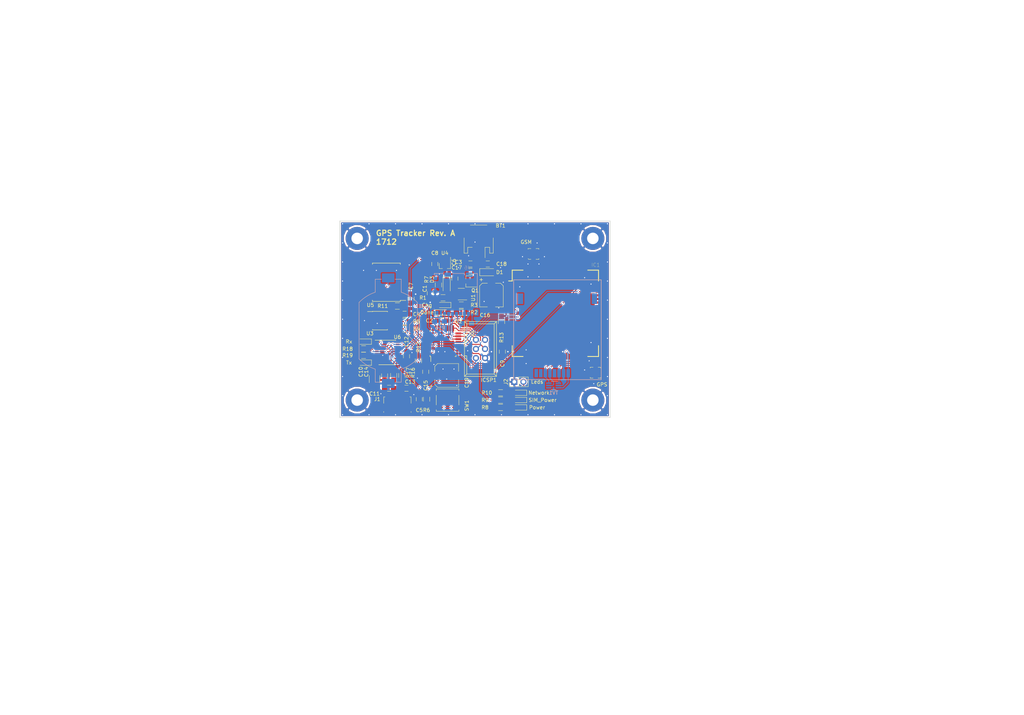
<source format=kicad_pcb>
(kicad_pcb (version 4) (host pcbnew 4.0.7)
  (layers (0 F.Cu signal) (31 B.Cu signal) (34 B.Paste user) (35 F.Paste user) (36 B.SilkS user) (37 F.SilkS user) (38 B.Mask user) (39 F.Mask user) (44 Edge.Cuts user))
  (net 0 "")
  (net 1 +BATT)
  (net 2 GND)
  (net 3 "Net-(BT2-Pad1)")
  (net 4 VBUS)
  (net 5 "Net-(C2-Pad1)")
  (net 6 +3V3)
  (net 7 /ARD_RST)
  (net 8 /DTR)
  (net 9 "Net-(C6-Pad1)")
  (net 10 /RTC_PWR)
  (net 11 "Net-(C9-Pad1)")
  (net 12 "Net-(C11-Pad1)")
  (net 13 "Net-(C12-Pad1)")
  (net 14 "Net-(C13-Pad1)")
  (net 15 +2V8)
  (net 16 /SIM808_P)
  (net 17 "Net-(IC1-Pad9)")
  (net 18 /SIM808_RI)
  (net 19 "Net-(IC1-Pad11)")
  (net 20 "Net-(IC1-Pad12)")
  (net 21 "Net-(IC1-Pad13)")
  (net 22 /ARD_HRX)
  (net 23 /ARD_HTX)
  (net 24 "Net-(IC1-Pad19)")
  (net 25 "Net-(IC1-Pad20)")
  (net 26 "Net-(IC1-Pad21)")
  (net 27 "Net-(IC1-Pad22)")
  (net 28 "Net-(IC1-Pad23)")
  (net 29 "Net-(IC1-Pad24)")
  (net 30 "Net-(IC1-Pad25)")
  (net 31 "Net-(IC1-Pad26)")
  (net 32 "Net-(IC1-Pad27)")
  (net 33 +1V8)
  (net 34 /SIMDATA)
  (net 35 /SIMCLK)
  (net 36 /SIMRST)
  (net 37 "Net-(IC1-Pad33)")
  (net 38 "Net-(IC1-Pad37)")
  (net 39 "Net-(IC1-Pad38)")
  (net 40 "Net-(IC1-Pad39)")
  (net 41 "Net-(IC1-Pad41)")
  (net 42 "Net-(IC1-Pad42)")
  (net 43 "Net-(IC1-Pad43)")
  (net 44 "Net-(IC1-Pad44)")
  (net 45 "Net-(IC1-Pad45)")
  (net 46 "Net-(IC1-Pad46)")
  (net 47 "Net-(IC1-Pad47)")
  (net 48 "Net-(IC1-Pad48)")
  (net 49 /SIM808_S)
  (net 50 /NETWORK_LED)
  (net 51 "Net-(IC1-Pad53)")
  (net 52 "Net-(IC1-Pad55)")
  (net 53 "Net-(IC1-Pad56)")
  (net 54 "Net-(IC1-Pad57)")
  (net 55 "Net-(IC1-Pad58)")
  (net 56 "Net-(IC1-Pad59)")
  (net 57 "Net-(IC1-Pad60)")
  (net 58 "Net-(IC1-Pad61)")
  (net 59 "Net-(IC1-Pad62)")
  (net 60 "Net-(IC1-Pad63)")
  (net 61 /ARD_MISO)
  (net 62 /ARD_SCK)
  (net 63 /ARD_MOSI)
  (net 64 "Net-(J1-Pad4)")
  (net 65 "Net-(J2-Pad2)")
  (net 66 "Net-(J3-Pad6)")
  (net 67 "Net-(J6-Pad8)")
  (net 68 /ARD_IO10)
  (net 69 "Net-(J6-Pad1)")
  (net 70 "Net-(R1-Pad1)")
  (net 71 "Net-(R2-Pad2)")
  (net 72 /SDA)
  (net 73 /SCL)
  (net 74 /WAKE_UP)
  (net 75 "Net-(R16-Pad1)")
  (net 76 "Net-(R17-Pad2)")
  (net 77 "Net-(R18-Pad1)")
  (net 78 "Net-(R19-Pad1)")
  (net 79 "Net-(U2-Pad7)")
  (net 80 "Net-(U2-Pad8)")
  (net 81 "Net-(U2-Pad11)")
  (net 82 "Net-(U2-Pad19)")
  (net 83 "Net-(U2-Pad22)")
  (net 84 "Net-(U2-Pad24)")
  (net 85 "Net-(U2-Pad25)")
  (net 86 "Net-(U2-Pad26)")
  (net 87 /ARD_RX)
  (net 88 /ARD_TX)
  (net 89 "Net-(U3-Pad7)")
  (net 90 "Net-(U5-Pad1)")
  (net 91 "Net-(U5-Pad4)")
  (net 92 "Net-(U6-Pad2)")
  (net 93 +3V3_FDTI)
  (net 94 "Net-(U6-Pad5)")
  (net 95 "Net-(U6-Pad7)")
  (net 96 "Net-(U6-Pad8)")
  (net 97 "Net-(U6-Pad18)")
  (net 98 "Net-(U6-Pad19)")
  (net 99 "Net-(LED1-Pad1)")
  (net 100 "Net-(LED2-Pad2)")
  (net 101 "Net-(LED3-Pad2)")
  (net 102 "Net-(LED4-Pad2)")
  (net 103 "Net-(LED5-Pad2)")
  (net 104 "Net-(LED6-Pad2)")
  (net 105 "Net-(LED7-Pad2)")
  (net 106 "Net-(U2-Pad2)")
  (net 107 "Net-(TV1-Pad4)")
  (net 108 +3.3VP)
  (net 109 /GPS)
  (net 110 /GSM)
  (module custom-conn:Via-0.6mm (layer F.Cu) (at 133.35 114.3)
    (fp_text reference VIA** hide)
    (fp_text value Via-0.6mm hide)
    (pad 1 thru_hole circle (at 0 0) (size 0.6 0.6) (drill 0.3) (layers *.Cu) (net 2 GND))
  )
  (module custom-conn:Via-0.6mm (layer F.Cu) (at 138.43 74.422)
    (fp_text reference VIA** hide)
    (fp_text value Via-0.6mm hide)
    (pad 1 thru_hole circle (at 0 0) (size 0.6 0.6) (drill 0.3) (layers *.Cu) (net 2 GND))
  )
  (module custom-conn:Via-0.6mm (layer F.Cu) (at 136.652 78.232)
    (fp_text reference VIA** hide)
    (fp_text value Via-0.6mm hide)
    (pad 1 thru_hole circle (at 0 0) (size 0.6 0.6) (drill 0.3) (layers *.Cu) (net 2 GND))
  )
  (module custom-conn:Via-0.6mm (layer F.Cu) (at 130.048 104.902)
    (fp_text reference VIA** hide)
    (fp_text value Via-0.6mm hide)
    (pad 1 thru_hole circle (at 0 0) (size 0.6 0.6) (drill 0.3) (layers *.Cu) (net 2 GND))
  )
  (module custom-conn:Via-0.6mm (layer F.Cu) (at 128.27 104.902)
    (fp_text reference VIA** hide)
    (fp_text value Via-0.6mm hide)
    (pad 1 thru_hole circle (at 0 0) (size 0.6 0.6) (drill 0.3) (layers *.Cu) (net 2 GND))
  )
  (module custom-conn:Via-0.6mm (layer F.Cu) (at 136.398 104.648)
    (fp_text reference VIA** hide)
    (fp_text value Via-0.6mm hide)
    (pad 1 thru_hole circle (at 0 0) (size 0.6 0.6) (drill 0.3) (layers *.Cu) (net 2 GND))
  )
  (module custom-conn:Via-0.6mm (layer F.Cu) (at 107.442 82.296)
    (fp_text reference VIA** hide)
    (fp_text value Via-0.6mm hide)
    (pad 1 thru_hole circle (at 0 0) (size 0.6 0.6) (drill 0.3) (layers *.Cu) (net 2 GND))
  )
  (module custom-conn:Via-0.6mm (layer F.Cu) (at 120.142 80.772)
    (fp_text reference VIA** hide)
    (fp_text value Via-0.6mm hide)
    (pad 1 thru_hole circle (at 0 0) (size 0.6 0.6) (drill 0.3) (layers *.Cu) (net 2 GND))
  )
  (module custom-conn:Via-0.6mm (layer F.Cu) (at 111.252 97.028)
    (fp_text reference VIA** hide)
    (fp_text value Via-0.6mm hide)
    (pad 1 thru_hole circle (at 0 0) (size 0.6 0.6) (drill 0.3) (layers *.Cu) (net 2 GND))
  )
  (module custom-conn:Via-0.6mm (layer F.Cu) (at 128.778 100.076)
    (fp_text reference VIA** hide)
    (fp_text value Via-0.6mm hide)
    (pad 1 thru_hole circle (at 0 0) (size 0.6 0.6) (drill 0.3) (layers *.Cu) (net 2 GND))
  )
  (module custom-conn:Via-0.6mm (layer F.Cu) (at 127 108.458)
    (fp_text reference VIA** hide)
    (fp_text value Via-0.6mm hide)
    (pad 1 thru_hole circle (at 0 0) (size 0.6 0.6) (drill 0.3) (layers *.Cu) (net 2 GND))
  )
  (module custom-conn:Via-0.6mm (layer F.Cu) (at 129.54 109.728)
    (fp_text reference VIA** hide)
    (fp_text value Via-0.6mm hide)
    (pad 1 thru_hole circle (at 0 0) (size 0.6 0.6) (drill 0.3) (layers *.Cu) (net 2 GND))
  )
  (module custom-conn:Via-0.6mm (layer F.Cu) (at 128.524 83.312)
    (fp_text reference VIA** hide)
    (fp_text value Via-0.6mm hide)
    (pad 1 thru_hole circle (at 0 0) (size 0.6 0.6) (drill 0.3) (layers *.Cu) (net 2 GND))
  )
  (module custom-conn:Via-0.6mm (layer F.Cu) (at 116.586 82.296)
    (fp_text reference VIA** hide)
    (fp_text value Via-0.6mm hide)
    (pad 1 thru_hole circle (at 0 0) (size 0.6 0.6) (drill 0.3) (layers *.Cu) (net 2 GND))
  )
  (module custom-conn:Via-0.6mm (layer F.Cu) (at 110.998 82.296)
    (fp_text reference VIA** hide)
    (fp_text value Via-0.6mm hide)
    (pad 1 thru_hole circle (at 0 0) (size 0.6 0.6) (drill 0.3) (layers *.Cu) (net 2 GND))
  )
  (module custom-conn:Via-0.6mm (layer F.Cu) (at 107.696 96.266)
    (fp_text reference VIA** hide)
    (fp_text value Via-0.6mm hide)
    (pad 1 thru_hole circle (at 0 0) (size 0.6 0.6) (drill 0.3) (layers *.Cu) (net 2 GND))
  )
  (module custom-conn:Via-0.6mm (layer F.Cu) (at 120.904 105.156)
    (fp_text reference VIA** hide)
    (fp_text value Via-0.6mm hide)
    (pad 1 thru_hole circle (at 0 0) (size 0.6 0.6) (drill 0.3) (layers *.Cu) (net 2 GND))
  )
  (module custom-conn:Via-0.6mm (layer F.Cu) (at 112.776 105.918)
    (fp_text reference VIA** hide)
    (fp_text value Via-0.6mm hide)
    (pad 1 thru_hole circle (at 0 0) (size 0.6 0.6) (drill 0.3) (layers *.Cu) (net 2 GND))
  )
  (module custom-conn:Via-0.6mm (layer F.Cu) (at 150.876 86.868)
    (fp_text reference VIA** hide)
    (fp_text value Via-0.6mm hide)
    (pad 1 thru_hole circle (at 0 0) (size 0.6 0.6) (drill 0.3) (layers *.Cu) (net 2 GND))
  )
  (module custom-conn:Via-0.6mm (layer F.Cu) (at 146.304 85.598)
    (fp_text reference VIA** hide)
    (fp_text value Via-0.6mm hide)
    (pad 1 thru_hole circle (at 0 0) (size 0.6 0.6) (drill 0.3) (layers *.Cu) (net 2 GND))
  )
  (module custom-conn:Via-0.6mm (layer F.Cu) (at 152.654 104.394)
    (fp_text reference VIA** hide)
    (fp_text value Via-0.6mm hide)
    (pad 1 thru_hole circle (at 0 0) (size 0.6 0.6) (drill 0.3) (layers *.Cu) (net 2 GND))
  )
  (module custom-conn:Via-0.6mm (layer F.Cu) (at 152.654 108.204)
    (fp_text reference VIA** hide)
    (fp_text value Via-0.6mm hide)
    (pad 1 thru_hole circle (at 0 0) (size 0.6 0.6) (drill 0.3) (layers *.Cu) (net 2 GND))
  )
  (module custom-conn:Via-0.6mm (layer F.Cu) (at 153.162 84.074)
    (fp_text reference VIA** hide)
    (fp_text value Via-0.6mm hide)
    (pad 1 thru_hole circle (at 0 0) (size 0.6 0.6) (drill 0.3) (layers *.Cu) (net 2 GND))
  )
  (module custom-conn:Via-0.6mm (layer F.Cu) (at 156.21 84.074)
    (fp_text reference VIA** hide)
    (fp_text value Via-0.6mm hide)
    (pad 1 thru_hole circle (at 0 0) (size 0.6 0.6) (drill 0.3) (layers *.Cu) (net 2 GND))
  )
  (module custom-conn:Via-0.6mm (layer F.Cu) (at 168.91 84.328)
    (fp_text reference VIA** hide)
    (fp_text value Via-0.6mm hide)
    (pad 1 thru_hole circle (at 0 0) (size 0.6 0.6) (drill 0.3) (layers *.Cu) (net 2 GND))
  )
  (module custom-conn:Via-0.6mm (layer F.Cu) (at 170.688 86.106)
    (fp_text reference VIA** hide)
    (fp_text value Via-0.6mm hide)
    (pad 1 thru_hole circle (at 0 0) (size 0.6 0.6) (drill 0.3) (layers *.Cu) (net 2 GND))
  )
  (module custom-conn:Via-0.6mm (layer F.Cu) (at 170.688 102.362)
    (fp_text reference VIA** hide)
    (fp_text value Via-0.6mm hide)
    (pad 1 thru_hole circle (at 0 0) (size 0.6 0.6) (drill 0.3) (layers *.Cu) (net 2 GND))
  )
  (module custom-conn:Via-0.6mm (layer F.Cu) (at 170.18 107.442)
    (fp_text reference VIA** hide)
    (fp_text value Via-0.6mm hide)
    (pad 1 thru_hole circle (at 0 0) (size 0.6 0.6) (drill 0.3) (layers *.Cu) (net 2 GND))
  )
  (module custom-conn:Via-0.6mm (layer F.Cu) (at 171.45 113.792)
    (fp_text reference VIA** hide)
    (fp_text value Via-0.6mm hide)
    (pad 1 thru_hole circle (at 0 0) (size 0.6 0.6) (drill 0.3) (layers *.Cu) (net 2 GND))
  )
  (module custom-conn:Via-0.6mm (layer F.Cu) (at 153.162 80.518)
    (fp_text reference VIA** hide)
    (fp_text value Via-0.6mm hide)
    (pad 1 thru_hole circle (at 0 0) (size 0.6 0.6) (drill 0.3) (layers *.Cu) (net 2 GND))
  )
  (module custom-conn:Via-0.6mm (layer F.Cu) (at 156.21 80.518)
    (fp_text reference VIA** hide)
    (fp_text value Via-0.6mm hide)
    (pad 1 thru_hole circle (at 0 0) (size 0.6 0.6) (drill 0.3) (layers *.Cu) (net 2 GND))
  )
  (module custom-conn:Via-0.6mm (layer F.Cu) (at 155.702 74.676)
    (fp_text reference VIA** hide)
    (fp_text value Via-0.6mm hide)
    (pad 1 thru_hole circle (at 0 0) (size 0.6 0.6) (drill 0.3) (layers *.Cu) (net 2 GND))
  )
  (module custom-conn:Via-0.6mm (layer F.Cu) (at 157.734 78.486)
    (fp_text reference VIA** hide)
    (fp_text value Via-0.6mm hide)
    (pad 1 thru_hole circle (at 0 0) (size 0.6 0.6) (drill 0.3) (layers *.Cu) (net 2 GND))
  )
  (module custom-conn:Via-0.6mm (layer F.Cu) (at 151.638 78.486)
    (fp_text reference VIA** hide)
    (fp_text value Via-0.6mm hide)
    (pad 1 thru_hole circle (at 0 0) (size 0.6 0.6) (drill 0.3) (layers *.Cu) (net 2 GND))
  )
  (module custom-conn:Via-0.6mm (layer F.Cu) (at 168.91 109.982)
    (fp_text reference VIA** hide)
    (fp_text value Via-0.6mm hide)
    (pad 1 thru_hole circle (at 0 0) (size 0.6 0.6) (drill 0.3) (layers *.Cu) (net 2 GND))
  )
  (module custom-conn:Via-0.6mm (layer F.Cu) (at 175.26 117.1194)
    (fp_text reference VIA** hide)
    (fp_text value Via-0.6mm hide)
    (pad 1 thru_hole circle (at 0 0) (size 0.6 0.6) (drill 0.3) (layers *.Cu) (net 2 GND))
  )
  (module custom-conn:Via-0.6mm (layer F.Cu) (at 175.26 111.8108)
    (fp_text reference VIA** hide)
    (fp_text value Via-0.6mm hide)
    (pad 1 thru_hole circle (at 0 0) (size 0.6 0.6) (drill 0.3) (layers *.Cu) (net 2 GND))
  )
  (module custom-conn:Via-0.6mm (layer F.Cu) (at 175.26 106.5022)
    (fp_text reference VIA** hide)
    (fp_text value Via-0.6mm hide)
    (pad 1 thru_hole circle (at 0 0) (size 0.6 0.6) (drill 0.3) (layers *.Cu) (net 2 GND))
  )
  (module custom-conn:Via-0.6mm (layer F.Cu) (at 175.26 101.1936)
    (fp_text reference VIA** hide)
    (fp_text value Via-0.6mm hide)
    (pad 1 thru_hole circle (at 0 0) (size 0.6 0.6) (drill 0.3) (layers *.Cu) (net 2 GND))
  )
  (module custom-conn:Via-0.6mm (layer F.Cu) (at 175.26 95.885)
    (fp_text reference VIA** hide)
    (fp_text value Via-0.6mm hide)
    (pad 1 thru_hole circle (at 0 0) (size 0.6 0.6) (drill 0.3) (layers *.Cu) (net 2 GND))
  )
  (module custom-conn:Via-0.6mm (layer F.Cu) (at 175.26 90.5764)
    (fp_text reference VIA** hide)
    (fp_text value Via-0.6mm hide)
    (pad 1 thru_hole circle (at 0 0) (size 0.6 0.6) (drill 0.3) (layers *.Cu) (net 2 GND))
  )
  (module custom-conn:Via-0.6mm (layer F.Cu) (at 175.26 85.2678)
    (fp_text reference VIA** hide)
    (fp_text value Via-0.6mm hide)
    (pad 1 thru_hole circle (at 0 0) (size 0.6 0.6) (drill 0.3) (layers *.Cu) (net 2 GND))
  )
  (module custom-conn:Via-0.6mm (layer F.Cu) (at 175.26 79.9592)
    (fp_text reference VIA** hide)
    (fp_text value Via-0.6mm hide)
    (pad 1 thru_hole circle (at 0 0) (size 0.6 0.6) (drill 0.3) (layers *.Cu) (net 2 GND))
  )
  (module custom-conn:Via-0.6mm (layer F.Cu) (at 175.26 74.6506)
    (fp_text reference VIA** hide)
    (fp_text value Via-0.6mm hide)
    (pad 1 thru_hole circle (at 0 0) (size 0.6 0.6) (drill 0.3) (layers *.Cu) (net 2 GND))
  )
  (module custom-conn:Via-0.6mm (layer F.Cu) (at 175.26 69.342)
    (fp_text reference VIA** hide)
    (fp_text value Via-0.6mm hide)
    (pad 1 thru_hole circle (at 0 0) (size 0.6 0.6) (drill 0.3) (layers *.Cu) (net 2 GND))
  )
  (module custom-conn:Via-0.6mm (layer F.Cu) (at 167.894 69.342)
    (fp_text reference VIA** hide)
    (fp_text value Via-0.6mm hide)
    (pad 1 thru_hole circle (at 0 0) (size 0.6 0.6) (drill 0.3) (layers *.Cu) (net 2 GND))
  )
  (module custom-conn:Via-0.6mm (layer F.Cu) (at 160.528 69.342)
    (fp_text reference VIA** hide)
    (fp_text value Via-0.6mm hide)
    (pad 1 thru_hole circle (at 0 0) (size 0.6 0.6) (drill 0.3) (layers *.Cu) (net 2 GND))
  )
  (module custom-conn:Via-0.6mm (layer F.Cu) (at 153.162 69.342)
    (fp_text reference VIA** hide)
    (fp_text value Via-0.6mm hide)
    (pad 1 thru_hole circle (at 0 0) (size 0.6 0.6) (drill 0.3) (layers *.Cu) (net 2 GND))
  )
  (module custom-conn:Via-0.6mm (layer F.Cu) (at 145.796 69.342)
    (fp_text reference VIA** hide)
    (fp_text value Via-0.6mm hide)
    (pad 1 thru_hole circle (at 0 0) (size 0.6 0.6) (drill 0.3) (layers *.Cu) (net 2 GND))
  )
  (module custom-conn:Via-0.6mm (layer F.Cu) (at 138.43 69.342)
    (fp_text reference VIA** hide)
    (fp_text value Via-0.6mm hide)
    (pad 1 thru_hole circle (at 0 0) (size 0.6 0.6) (drill 0.3) (layers *.Cu) (net 2 GND))
  )
  (module custom-conn:Via-0.6mm (layer F.Cu) (at 131.064 69.342)
    (fp_text reference VIA** hide)
    (fp_text value Via-0.6mm hide)
    (pad 1 thru_hole circle (at 0 0) (size 0.6 0.6) (drill 0.3) (layers *.Cu) (net 2 GND))
  )
  (module custom-conn:Via-0.6mm (layer F.Cu) (at 123.698 69.342)
    (fp_text reference VIA** hide)
    (fp_text value Via-0.6mm hide)
    (pad 1 thru_hole circle (at 0 0) (size 0.6 0.6) (drill 0.3) (layers *.Cu) (net 2 GND))
  )
  (module custom-conn:Via-0.6mm (layer F.Cu) (at 116.332 69.342)
    (fp_text reference VIA** hide)
    (fp_text value Via-0.6mm hide)
    (pad 1 thru_hole circle (at 0 0) (size 0.6 0.6) (drill 0.3) (layers *.Cu) (net 2 GND))
  )
  (module custom-conn:Via-0.6mm (layer F.Cu) (at 108.966 69.342)
    (fp_text reference VIA** hide)
    (fp_text value Via-0.6mm hide)
    (pad 1 thru_hole circle (at 0 0) (size 0.6 0.6) (drill 0.3) (layers *.Cu) (net 2 GND))
  )
  (module custom-conn:Via-0.6mm (layer F.Cu) (at 101.6 69.342)
    (fp_text reference VIA** hide)
    (fp_text value Via-0.6mm hide)
    (pad 1 thru_hole circle (at 0 0) (size 0.6 0.6) (drill 0.3) (layers *.Cu) (net 2 GND))
  )
  (module custom-conn:Via-0.6mm (layer F.Cu) (at 101.6 74.6506)
    (fp_text reference VIA** hide)
    (fp_text value Via-0.6mm hide)
    (pad 1 thru_hole circle (at 0 0) (size 0.6 0.6) (drill 0.3) (layers *.Cu) (net 2 GND))
  )
  (module custom-conn:Via-0.6mm (layer F.Cu) (at 101.6 79.9592)
    (fp_text reference VIA** hide)
    (fp_text value Via-0.6mm hide)
    (pad 1 thru_hole circle (at 0 0) (size 0.6 0.6) (drill 0.3) (layers *.Cu) (net 2 GND))
  )
  (module custom-conn:Via-0.6mm (layer F.Cu) (at 101.6 85.2678)
    (fp_text reference VIA** hide)
    (fp_text value Via-0.6mm hide)
    (pad 1 thru_hole circle (at 0 0) (size 0.6 0.6) (drill 0.3) (layers *.Cu) (net 2 GND))
  )
  (module custom-conn:Via-0.6mm (layer F.Cu) (at 101.6 90.5764)
    (fp_text reference VIA** hide)
    (fp_text value Via-0.6mm hide)
    (pad 1 thru_hole circle (at 0 0) (size 0.6 0.6) (drill 0.3) (layers *.Cu) (net 2 GND))
  )
  (module custom-conn:Via-0.6mm (layer F.Cu) (at 101.6 95.885)
    (fp_text reference VIA** hide)
    (fp_text value Via-0.6mm hide)
    (pad 1 thru_hole circle (at 0 0) (size 0.6 0.6) (drill 0.3) (layers *.Cu) (net 2 GND))
  )
  (module custom-conn:Via-0.6mm (layer F.Cu) (at 101.6 101.1936)
    (fp_text reference VIA** hide)
    (fp_text value Via-0.6mm hide)
    (pad 1 thru_hole circle (at 0 0) (size 0.6 0.6) (drill 0.3) (layers *.Cu) (net 2 GND))
  )
  (module custom-conn:Via-0.6mm (layer F.Cu) (at 101.6 106.5022)
    (fp_text reference VIA** hide)
    (fp_text value Via-0.6mm hide)
    (pad 1 thru_hole circle (at 0 0) (size 0.6 0.6) (drill 0.3) (layers *.Cu) (net 2 GND))
  )
  (module custom-conn:Via-0.6mm (layer F.Cu) (at 101.6 111.8108)
    (fp_text reference VIA** hide)
    (fp_text value Via-0.6mm hide)
    (pad 1 thru_hole circle (at 0 0) (size 0.6 0.6) (drill 0.3) (layers *.Cu) (net 2 GND))
  )
  (module custom-conn:Via-0.6mm (layer F.Cu) (at 101.6 117.1194)
    (fp_text reference VIA** hide)
    (fp_text value Via-0.6mm hide)
    (pad 1 thru_hole circle (at 0 0) (size 0.6 0.6) (drill 0.3) (layers *.Cu) (net 2 GND))
  )
  (module custom-conn:Via-0.6mm (layer F.Cu) (at 175.26 122.428)
    (fp_text reference VIA** hide)
    (fp_text value Via-0.6mm hide)
    (pad 1 thru_hole circle (at 0 0) (size 0.6 0.6) (drill 0.3) (layers *.Cu) (net 2 GND))
  )
  (module custom-conn:Via-0.6mm (layer F.Cu) (at 167.894 122.428)
    (fp_text reference VIA** hide)
    (fp_text value Via-0.6mm hide)
    (pad 1 thru_hole circle (at 0 0) (size 0.6 0.6) (drill 0.3) (layers *.Cu) (net 2 GND))
  )
  (module custom-conn:Via-0.6mm (layer F.Cu) (at 160.528 122.428)
    (fp_text reference VIA** hide)
    (fp_text value Via-0.6mm hide)
    (pad 1 thru_hole circle (at 0 0) (size 0.6 0.6) (drill 0.3) (layers *.Cu) (net 2 GND))
  )
  (module custom-conn:Via-0.6mm (layer F.Cu) (at 153.162 122.428)
    (fp_text reference VIA** hide)
    (fp_text value Via-0.6mm hide)
    (pad 1 thru_hole circle (at 0 0) (size 0.6 0.6) (drill 0.3) (layers *.Cu) (net 2 GND))
  )
  (module custom-conn:Via-0.6mm (layer F.Cu) (at 145.796 122.428)
    (fp_text reference VIA** hide)
    (fp_text value Via-0.6mm hide)
    (pad 1 thru_hole circle (at 0 0) (size 0.6 0.6) (drill 0.3) (layers *.Cu) (net 2 GND))
  )
  (module custom-conn:Via-0.6mm (layer F.Cu) (at 138.43 122.428)
    (fp_text reference VIA** hide)
    (fp_text value Via-0.6mm hide)
    (pad 1 thru_hole circle (at 0 0) (size 0.6 0.6) (drill 0.3) (layers *.Cu) (net 2 GND))
  )
  (module custom-conn:Via-0.6mm (layer F.Cu) (at 131.064 122.428)
    (fp_text reference VIA** hide)
    (fp_text value Via-0.6mm hide)
    (pad 1 thru_hole circle (at 0 0) (size 0.6 0.6) (drill 0.3) (layers *.Cu) (net 2 GND))
  )
  (module custom-conn:Via-0.6mm (layer F.Cu) (at 123.698 122.428)
    (fp_text reference VIA** hide)
    (fp_text value Via-0.6mm hide)
    (pad 1 thru_hole circle (at 0 0) (size 0.6 0.6) (drill 0.3) (layers *.Cu) (net 2 GND))
  )
  (module custom-conn:Via-0.6mm (layer F.Cu) (at 116.332 122.428)
    (fp_text reference VIA** hide)
    (fp_text value Via-0.6mm hide)
    (pad 1 thru_hole circle (at 0 0) (size 0.6 0.6) (drill 0.3) (layers *.Cu) (net 2 GND))
  )
  (module custom-conn:Via-0.6mm (layer F.Cu) (at 108.966 122.428)
    (fp_text reference VIA** hide)
    (fp_text value Via-0.6mm hide)
    (pad 1 thru_hole circle (at 0 0) (size 0.6 0.6) (drill 0.3) (layers *.Cu) (net 2 GND))
  )
  (module custom-conn:Via-0.6mm (layer F.Cu) (at 101.6 122.428)
    (fp_text reference VIA** hide)
    (fp_text value Via-0.6mm hide)
    (pad 1 thru_hole circle (at 0 0) (size 0.6 0.6) (drill 0.3) (layers *.Cu) (net 2 GND))
  )
  (module custom-conn:Via-0.6mm (layer F.Cu) (at 121.412 116.84)
    (fp_text reference VIA** hide)
    (fp_text value Via-0.6mm hide)
    (pad 1 thru_hole circle (at 0 0) (size 0.6 0.6) (drill 0.3) (layers *.Cu) (net 2 GND))
  )
  (module custom-conn:Via-0.6mm (layer F.Cu) (at 112.268 116.586)
    (fp_text reference VIA** hide)
    (fp_text value Via-0.6mm hide)
    (pad 1 thru_hole circle (at 0 0) (size 0.6 0.6) (drill 0.3) (layers *.Cu) (net 2 GND))
  )
  (module custom-conn:Via-0.6mm (layer F.Cu) (at 145.542 81.534)
    (fp_text reference VIA** hide)
    (fp_text value Via-0.6mm hide)
    (pad 1 thru_hole circle (at 0 0) (size 0.6 0.6) (drill 0.3) (layers *.Cu) (net 2 GND))
  )
  (module custom-conn:Via-0.6mm (layer F.Cu) (at 133.858 81.534)
    (fp_text reference VIA** hide)
    (fp_text value Via-0.6mm hide)
    (pad 1 thru_hole circle (at 0 0) (size 0.6 0.6) (drill 0.3) (layers *.Cu) (net 2 GND))
  )
  (module custom-conn:Via-0.6mm (layer F.Cu) (at 122.428 112.268)
    (fp_text reference VIA** hide)
    (fp_text value Via-0.6mm hide)
    (pad 1 thru_hole circle (at 0 0) (size 0.6 0.6) (drill 0.3) (layers *.Cu) (net 2 GND))
  )
  (module custom-conn:Via-0.6mm (layer F.Cu) (at 130.556 112.522)
    (fp_text reference VIA** hide)
    (fp_text value Via-0.6mm hide)
    (pad 1 thru_hole circle (at 0 0) (size 0.6 0.6) (drill 0.3) (layers *.Cu) (net 2 GND))
  )
  (module custom-conn:Via-0.6mm (layer F.Cu) (at 132.588 109.728)
    (fp_text reference VIA** hide)
    (fp_text value Via-0.6mm hide)
    (pad 1 thru_hole circle (at 0 0) (size 0.6 0.6) (drill 0.3) (layers *.Cu) (net 2 GND))
  )
  (module custom-conn:Via-0.6mm (layer F.Cu) (at 145.034 92.71)
    (fp_text reference VIA** hide)
    (fp_text value Via-0.6mm hide)
    (pad 1 thru_hole circle (at 0 0) (size 0.6 0.6) (drill 0.3) (layers *.Cu) (net 2 GND))
  )
  (module Mounting_Holes:MountingHole_3.2mm_M3_Pad (layer F.Cu) (at 171.196 118.364)
    (fp_text reference REF** hide)
    (fp_text value MountingHole_3.2mm_M3_Pad hide)
    (pad 1 thru_hole circle (at 0 0) (size 6.4 6.4) (drill 3.2) (layers *.Cu *.Mask) (net 2 GND))
  )
  (module Mounting_Holes:MountingHole_3.2mm_M3_Pad (layer F.Cu) (at 171.196 73.406)
    (fp_text reference REF** hide)
    (fp_text value MountingHole_3.2mm_M3_Pad hide)
    (pad 1 thru_hole circle (at 0 0) (size 6.4 6.4) (drill 3.2) (layers *.Cu *.Mask) (net 2 GND))
  )
  (module Mounting_Holes:MountingHole_3.2mm_M3_Pad (layer F.Cu) (at 105.664 118.364)
    (fp_text reference REF** hide)
    (fp_text value MountingHole_3.2mm_M3_Pad hide)
    (pad 1 thru_hole circle (at 0 0) (size 6.4 6.4) (drill 3.2) (layers *.Cu *.Mask) (net 2 GND))
  )
  (module 104031-0811:MOLEX_104031-0811 (layer B.Cu) (at 133.096 89.154 180)
    (fp_text reference J6 (at -3.18735 7.64968 180) (layer B.SilkS) (effects (font (size 1.0039 1.0039) (thickness 0.05)) (justify mirror)))
    (fp_text value Micro_SD_Card hide)
    (pad 8 smd rect (at -4.545 -5.2 180) (size 0.75 1.1) (layers B.Cu B.Paste B.Mask) (net 67 "Net-(J6-Pad8)"))
    (pad 7 smd rect (at -3.495 -5.2 180) (size 0.85 1.1) (layers B.Cu B.Paste B.Mask) (net 61 /ARD_MISO))
    (pad 6 smd rect (at -2.395 -5.2 180) (size 0.85 1.1) (layers B.Cu B.Paste B.Mask) (net 2 GND))
    (pad 5 smd rect (at -1.295 -5.2 180) (size 0.85 1.1) (layers B.Cu B.Paste B.Mask) (net 62 /ARD_SCK))
    (pad 4 smd rect (at -0.195 -5.2 180) (size 0.85 1.1) (layers B.Cu B.Paste B.Mask) (net 6 +3V3))
    (pad 3 smd rect (at 0.905 -5.2 180) (size 0.85 1.1) (layers B.Cu B.Paste B.Mask) (net 63 /ARD_MOSI))
    (pad 2 smd rect (at 2.005 -5.2 180) (size 0.875 1.1) (layers B.Cu B.Paste B.Mask) (net 68 /ARD_IO10))
    (pad 1 smd rect (at 3.105 -5.2 180) (size 0.85 1.1) (layers B.Cu B.Paste B.Mask) (net 69 "Net-(J6-Pad1)"))
    (pad 9 smd rect (at 5.74 0.95 180) (size 1.2 1) (layers B.Cu B.Paste B.Mask) (net 2 GND))
    (pad 10 smd rect (at 5.74 4.65 180) (size 1.2 1) (layers B.Cu B.Paste B.Mask))
    (pad G3 smd rect (at -3.73 5.625 180) (size 1.9 1.35) (layers B.Cu B.Paste B.Mask))
    (pad G4 smd rect (at 2.24 5.625 180) (size 1.9 1.35) (layers B.Cu B.Paste B.Mask))
    (pad G2 smd rect (at -5.755 -4.85 180) (size 1.17 1.8) (layers B.Cu B.Paste B.Mask))
    (pad G1 smd rect (at 5.565 -5.075 180) (size 1.55 1.35) (layers B.Cu B.Paste B.Mask))
  )
  (module custom-conn:VASCH3x2 (layer F.Cu) (at 139.954 104.14 270)
    (fp_text reference ICSP1 (at 8.636 -2.286 540) (layer F.SilkS))
    (fp_text value CONN_02X03 hide)
    (pad 1 thru_hole circle (at -2.54 1.27 270) (size 1.7272 1.7272) (drill 1.016) (layers *.Cu *.Mask) (net 61 /ARD_MISO))
    (pad 2 thru_hole circle (at -2.54 -1.27 270) (size 1.7272 1.7272) (drill 1.016) (layers *.Cu *.Mask) (net 6 +3V3))
    (pad 3 thru_hole circle (at 0 1.27 270) (size 1.7272 1.7272) (drill 1.016) (layers *.Cu *.Mask) (net 62 /ARD_SCK))
    (pad 4 thru_hole circle (at 0 -1.27 270) (size 1.7272 1.7272) (drill 1.016) (layers *.Cu *.Mask) (net 63 /ARD_MOSI))
    (pad 5 thru_hole circle (at 2.54 1.27 270) (size 1.7272 1.7272) (drill 1.016) (layers *.Cu *.Mask) (net 7 /ARD_RST))
    (pad 6 thru_hole circle (at 2.54 -1.27 270) (size 1.7272 1.7272) (drill 1.016) (layers *.Cu *.Mask) (net 2 GND))
  )
  (module Housings_SOIC:SOIC-16W_7.5x10.3mm_Pitch1.27mm (layer F.Cu) (at 113.792 85.598 180)
    (fp_text reference U5 (at 4.445 -6.35 360) (layer F.SilkS))
    (fp_text value DS3231SN hide)
    (pad 1 smd rect (at -4.65 -4.445 180) (size 1.5 0.6) (layers F.Cu F.Paste F.Mask) (net 90 "Net-(U5-Pad1)"))
    (pad 2 smd rect (at -4.65 -3.175 180) (size 1.5 0.6) (layers F.Cu F.Paste F.Mask) (net 108 +3.3VP))
    (pad 3 smd rect (at -4.65 -1.905 180) (size 1.5 0.6) (layers F.Cu F.Paste F.Mask) (net 74 /WAKE_UP))
    (pad 4 smd rect (at -4.65 -0.635 180) (size 1.5 0.6) (layers F.Cu F.Paste F.Mask) (net 91 "Net-(U5-Pad4)"))
    (pad 5 smd rect (at -4.65 0.635 180) (size 1.5 0.6) (layers F.Cu F.Paste F.Mask) (net 2 GND))
    (pad 6 smd rect (at -4.65 1.905 180) (size 1.5 0.6) (layers F.Cu F.Paste F.Mask) (net 2 GND))
    (pad 7 smd rect (at -4.65 3.175 180) (size 1.5 0.6) (layers F.Cu F.Paste F.Mask) (net 2 GND))
    (pad 8 smd rect (at -4.65 4.445 180) (size 1.5 0.6) (layers F.Cu F.Paste F.Mask) (net 2 GND))
    (pad 9 smd rect (at 4.65 4.445 180) (size 1.5 0.6) (layers F.Cu F.Paste F.Mask) (net 2 GND))
    (pad 10 smd rect (at 4.65 3.175 180) (size 1.5 0.6) (layers F.Cu F.Paste F.Mask) (net 2 GND))
    (pad 11 smd rect (at 4.65 1.905 180) (size 1.5 0.6) (layers F.Cu F.Paste F.Mask) (net 2 GND))
    (pad 12 smd rect (at 4.65 0.635 180) (size 1.5 0.6) (layers F.Cu F.Paste F.Mask) (net 2 GND))
    (pad 13 smd rect (at 4.65 -0.635 180) (size 1.5 0.6) (layers F.Cu F.Paste F.Mask) (net 2 GND))
    (pad 14 smd rect (at 4.65 -1.905 180) (size 1.5 0.6) (layers F.Cu F.Paste F.Mask) (net 3 "Net-(BT2-Pad1)"))
    (pad 15 smd rect (at 4.65 -3.175 180) (size 1.5 0.6) (layers F.Cu F.Paste F.Mask) (net 72 /SDA))
    (pad 16 smd rect (at 4.65 -4.445 180) (size 1.5 0.6) (layers F.Cu F.Paste F.Mask) (net 73 /SCL))
  )
  (module Capacitors_SMD:C_0805_HandSoldering (layer F.Cu) (at 113.284 111.506 270)
    (fp_text reference C14 (at -1.016 5.08 450) (layer F.SilkS))
    (fp_text value 0.1uF hide)
    (pad 1 smd rect (at -1.25 0 270) (size 1.5 1.25) (layers F.Cu F.Paste F.Mask) (net 4 VBUS))
    (pad 2 smd rect (at 1.25 0 270) (size 1.5 1.25) (layers F.Cu F.Paste F.Mask) (net 2 GND))
  )
  (module Resistors_SMD:R_0805_HandSoldering (layer F.Cu) (at 134.62 91.948)
    (fp_text reference R3 (at 3.556 0 180) (layer F.SilkS))
    (fp_text value 470R hide)
    (pad 1 smd rect (at -1.35 0) (size 1.5 1.3) (layers F.Cu F.Paste F.Mask) (net 99 "Net-(LED1-Pad1)"))
    (pad 2 smd rect (at 1.35 0) (size 1.5 1.3) (layers F.Cu F.Paste F.Mask) (net 71 "Net-(R2-Pad2)"))
  )
  (module Capacitors_SMD:C_0805_HandSoldering (layer F.Cu) (at 122.936 118.11 90)
    (fp_text reference C5 (at -3.048 0 180) (layer F.SilkS))
    (fp_text value 0.1uF hide)
    (pad 1 smd rect (at -1.25 0 90) (size 1.5 1.25) (layers F.Cu F.Paste F.Mask) (net 7 /ARD_RST))
    (pad 2 smd rect (at 1.25 0 90) (size 1.5 1.25) (layers F.Cu F.Paste F.Mask) (net 8 /DTR))
  )
  (module Housings_QFP:TQFP-32_7x7mm_Pitch0.8mm (layer F.Cu) (at 129.54 102.616 90)
    (fp_text reference U2 (at 6.096 4.318 180) (layer F.SilkS))
    (fp_text value ATMEGA328P-AU hide)
    (pad 1 smd rect (at -4.25 -2.8 90) (size 1.6 0.55) (layers F.Cu F.Paste F.Mask) (net 74 /WAKE_UP))
    (pad 2 smd rect (at -4.25 -2 90) (size 1.6 0.55) (layers F.Cu F.Paste F.Mask) (net 106 "Net-(U2-Pad2)"))
    (pad 3 smd rect (at -4.25 -1.2 90) (size 1.6 0.55) (layers F.Cu F.Paste F.Mask) (net 2 GND))
    (pad 4 smd rect (at -4.25 -0.4 90) (size 1.6 0.55) (layers F.Cu F.Paste F.Mask) (net 6 +3V3))
    (pad 5 smd rect (at -4.25 0.4 90) (size 1.6 0.55) (layers F.Cu F.Paste F.Mask) (net 2 GND))
    (pad 6 smd rect (at -4.25 1.2 90) (size 1.6 0.55) (layers F.Cu F.Paste F.Mask) (net 6 +3V3))
    (pad 7 smd rect (at -4.25 2 90) (size 1.6 0.55) (layers F.Cu F.Paste F.Mask) (net 79 "Net-(U2-Pad7)"))
    (pad 8 smd rect (at -4.25 2.8 90) (size 1.6 0.55) (layers F.Cu F.Paste F.Mask) (net 80 "Net-(U2-Pad8)"))
    (pad 9 smd rect (at -2.8 4.25 180) (size 1.6 0.55) (layers F.Cu F.Paste F.Mask) (net 23 /ARD_HTX))
    (pad 10 smd rect (at -2 4.25 180) (size 1.6 0.55) (layers F.Cu F.Paste F.Mask) (net 22 /ARD_HRX))
    (pad 11 smd rect (at -1.2 4.25 180) (size 1.6 0.55) (layers F.Cu F.Paste F.Mask) (net 81 "Net-(U2-Pad11)"))
    (pad 12 smd rect (at -0.4 4.25 180) (size 1.6 0.55) (layers F.Cu F.Paste F.Mask) (net 49 /SIM808_S))
    (pad 13 smd rect (at 0.4 4.25 180) (size 1.6 0.55) (layers F.Cu F.Paste F.Mask) (net 16 /SIM808_P))
    (pad 14 smd rect (at 1.2 4.25 180) (size 1.6 0.55) (layers F.Cu F.Paste F.Mask) (net 68 /ARD_IO10))
    (pad 15 smd rect (at 2 4.25 180) (size 1.6 0.55) (layers F.Cu F.Paste F.Mask) (net 63 /ARD_MOSI))
    (pad 16 smd rect (at 2.8 4.25 180) (size 1.6 0.55) (layers F.Cu F.Paste F.Mask) (net 61 /ARD_MISO))
    (pad 17 smd rect (at 4.25 2.8 90) (size 1.6 0.55) (layers F.Cu F.Paste F.Mask) (net 62 /ARD_SCK))
    (pad 18 smd rect (at 4.25 2 90) (size 1.6 0.55) (layers F.Cu F.Paste F.Mask) (net 6 +3V3))
    (pad 19 smd rect (at 4.25 1.2 90) (size 1.6 0.55) (layers F.Cu F.Paste F.Mask) (net 82 "Net-(U2-Pad19)"))
    (pad 20 smd rect (at 4.25 0.4 90) (size 1.6 0.55) (layers F.Cu F.Paste F.Mask) (net 5 "Net-(C2-Pad1)"))
    (pad 21 smd rect (at 4.25 -0.4 90) (size 1.6 0.55) (layers F.Cu F.Paste F.Mask) (net 2 GND))
    (pad 22 smd rect (at 4.25 -1.2 90) (size 1.6 0.55) (layers F.Cu F.Paste F.Mask) (net 83 "Net-(U2-Pad22)"))
    (pad 23 smd rect (at 4.25 -2 90) (size 1.6 0.55) (layers F.Cu F.Paste F.Mask) (net 10 /RTC_PWR))
    (pad 24 smd rect (at 4.25 -2.8 90) (size 1.6 0.55) (layers F.Cu F.Paste F.Mask) (net 84 "Net-(U2-Pad24)"))
    (pad 25 smd rect (at 2.8 -4.25 180) (size 1.6 0.55) (layers F.Cu F.Paste F.Mask) (net 85 "Net-(U2-Pad25)"))
    (pad 26 smd rect (at 2 -4.25 180) (size 1.6 0.55) (layers F.Cu F.Paste F.Mask) (net 86 "Net-(U2-Pad26)"))
    (pad 27 smd rect (at 1.2 -4.25 180) (size 1.6 0.55) (layers F.Cu F.Paste F.Mask) (net 72 /SDA))
    (pad 28 smd rect (at 0.4 -4.25 180) (size 1.6 0.55) (layers F.Cu F.Paste F.Mask) (net 73 /SCL))
    (pad 29 smd rect (at -0.4 -4.25 180) (size 1.6 0.55) (layers F.Cu F.Paste F.Mask) (net 7 /ARD_RST))
    (pad 30 smd rect (at -1.2 -4.25 180) (size 1.6 0.55) (layers F.Cu F.Paste F.Mask) (net 87 /ARD_RX))
    (pad 31 smd rect (at -2 -4.25 180) (size 1.6 0.55) (layers F.Cu F.Paste F.Mask) (net 88 /ARD_TX))
    (pad 32 smd rect (at -2.8 -4.25 180) (size 1.6 0.55) (layers F.Cu F.Paste F.Mask) (net 18 /SIM808_RI))
  )
  (module Resistors_SMD:R_0805_HandSoldering (layer F.Cu) (at 118.11 111.506 270)
    (fp_text reference R16 (at -0.762 -3.048 450) (layer F.SilkS))
    (fp_text value 27R hide)
    (pad 1 smd rect (at -1.35 0 270) (size 1.5 1.3) (layers F.Cu F.Paste F.Mask) (net 75 "Net-(R16-Pad1)"))
    (pad 2 smd rect (at 1.35 0 270) (size 1.5 1.3) (layers F.Cu F.Paste F.Mask) (net 14 "Net-(C13-Pad1)"))
  )
  (module Connectors_JST:JST_PH_S2B-PH-SM4-TB_02x2.00mm_Angled (layer F.Cu) (at 139.446 74.168 180)
    (fp_text reference BT1 (at -6.096 4.318 180) (layer F.SilkS))
    (fp_text value "External battery" hide)
    (pad 1 smd rect (at -1 -2.875 180) (size 1 3.5) (layers F.Cu F.Paste F.Mask) (net 1 +BATT))
    (pad 2 smd rect (at 1 -2.875 180) (size 1 3.5) (layers F.Cu F.Paste F.Mask) (net 2 GND))
    (pad "" smd rect (at -3.35 2.875 180) (size 1.5 3.4) (layers F.Cu F.Paste F.Mask))
    (pad "" smd rect (at 3.35 2.875 180) (size 1.5 3.4) (layers F.Cu F.Paste F.Mask))
  )
  (module Battery_Holders:Keystone_1058_1x2032-CoinCell (layer B.Cu) (at 114.3 99.06 270)
    (fp_text reference BT2 (at 0 -7.62 270) (layer B.SilkS) (effects (justify mirror)))
    (fp_text value "Backup battery")
    (pad 1 smd rect (at -14.68 0 270) (size 2.54 3.51) (layers B.Cu B.Paste B.Mask) (net 3 "Net-(BT2-Pad1)"))
    (pad 2 smd rect (at 14.68 0 270) (size 2.54 3.51) (layers B.Cu B.Paste B.Mask) (net 2 GND))
  )
  (module Capacitors_SMD:C_0805_HandSoldering (layer F.Cu) (at 125.984 88.646 90)
    (fp_text reference C1 (at 1.27 -1.524 90) (layer F.SilkS))
    (fp_text value 4.7uF hide)
    (pad 1 smd rect (at -1.25 0 90) (size 1.5 1.25) (layers F.Cu F.Paste F.Mask) (net 2 GND))
    (pad 2 smd rect (at 1.25 0 90) (size 1.5 1.25) (layers F.Cu F.Paste F.Mask) (net 4 VBUS))
  )
  (module Capacitors_SMD:C_0805_HandSoldering (layer F.Cu) (at 129.286 96.266 180)
    (fp_text reference C2 (at 3.556 0 180) (layer F.SilkS))
    (fp_text value 0.1uF hide)
    (pad 1 smd rect (at -1.25 0 180) (size 1.5 1.25) (layers F.Cu F.Paste F.Mask) (net 5 "Net-(C2-Pad1)"))
    (pad 2 smd rect (at 1.25 0 180) (size 1.5 1.25) (layers F.Cu F.Paste F.Mask) (net 2 GND))
  )
  (module Capacitors_SMD:C_0805_HandSoldering (layer F.Cu) (at 137.16 80.518 180)
    (fp_text reference C3 (at 3.302 0.508 180) (layer F.SilkS))
    (fp_text value 4.7uF hide)
    (pad 1 smd rect (at -1.25 0 180) (size 1.5 1.25) (layers F.Cu F.Paste F.Mask) (net 1 +BATT))
    (pad 2 smd rect (at 1.25 0 180) (size 1.5 1.25) (layers F.Cu F.Paste F.Mask) (net 2 GND))
  )
  (module Capacitors_SMD:C_0805_HandSoldering (layer F.Cu) (at 118.872 94.488)
    (fp_text reference C4 (at 3.302 0) (layer F.SilkS))
    (fp_text value 0.1uF hide)
    (pad 1 smd rect (at -1.25 0) (size 1.5 1.25) (layers F.Cu F.Paste F.Mask) (net 108 +3.3VP))
    (pad 2 smd rect (at 1.25 0) (size 1.5 1.25) (layers F.Cu F.Paste F.Mask) (net 2 GND))
  )
  (module Capacitors_SMD:C_0805_HandSoldering (layer F.Cu) (at 132.842 84.582 90)
    (fp_text reference C6 (at 4.572 -0.254 270) (layer F.SilkS))
    (fp_text value 1uF hide)
    (pad 1 smd rect (at -1.25 0 90) (size 1.5 1.25) (layers F.Cu F.Paste F.Mask) (net 9 "Net-(C6-Pad1)"))
    (pad 2 smd rect (at 1.25 0 90) (size 1.5 1.25) (layers F.Cu F.Paste F.Mask) (net 2 GND))
  )
  (module Capacitors_SMD:C_0805_HandSoldering (layer F.Cu) (at 120.65 90.17 90)
    (fp_text reference C7 (at 3.556 0 90) (layer F.SilkS))
    (fp_text value 0.1uF hide)
    (pad 1 smd rect (at -1.25 0 90) (size 1.5 1.25) (layers F.Cu F.Paste F.Mask) (net 10 /RTC_PWR))
    (pad 2 smd rect (at 1.25 0 90) (size 1.5 1.25) (layers F.Cu F.Paste F.Mask) (net 2 GND))
  )
  (module Capacitors_SMD:C_0805_HandSoldering (layer F.Cu) (at 127.254 80.518 270)
    (fp_text reference C8 (at -3.048 0 360) (layer F.SilkS))
    (fp_text value 1uF hide)
    (pad 1 smd rect (at -1.25 0 270) (size 1.5 1.25) (layers F.Cu F.Paste F.Mask) (net 6 +3V3))
    (pad 2 smd rect (at 1.25 0 270) (size 1.5 1.25) (layers F.Cu F.Paste F.Mask) (net 2 GND))
  )
  (module Capacitors_SMD:C_0805_HandSoldering (layer F.Cu) (at 146.05 104.902 90)
    (fp_text reference C9 (at -3.302 0 90) (layer F.SilkS))
    (fp_text value 10uF hide)
    (pad 1 smd rect (at -1.25 0 90) (size 1.5 1.25) (layers F.Cu F.Paste F.Mask) (net 11 "Net-(C9-Pad1)"))
    (pad 2 smd rect (at 1.25 0 90) (size 1.5 1.25) (layers F.Cu F.Paste F.Mask) (net 2 GND))
  )
  (module Capacitors_SMD:C_1210_HandSoldering (layer F.Cu) (at 110.49 112.522 270)
    (fp_text reference C10 (at -2.032 3.81 270) (layer F.SilkS))
    (fp_text value 4.7uF hide)
    (pad 1 smd rect (at -2 0 270) (size 2 2.5) (layers F.Cu F.Paste F.Mask) (net 4 VBUS))
    (pad 2 smd rect (at 2 0 270) (size 2 2.5) (layers F.Cu F.Paste F.Mask) (net 2 GND))
  )
  (module Capacitors_SMD:C_0805_HandSoldering (layer F.Cu) (at 114.554 115.062 180)
    (fp_text reference C11 (at 4.064 -1.524 180) (layer F.SilkS))
    (fp_text value 47pF hide)
    (pad 1 smd rect (at -1.25 0 180) (size 1.5 1.25) (layers F.Cu F.Paste F.Mask) (net 12 "Net-(C11-Pad1)"))
    (pad 2 smd rect (at 1.25 0 180) (size 1.5 1.25) (layers F.Cu F.Paste F.Mask) (net 2 GND))
  )
  (module Capacitors_SMD:C_0805_HandSoldering (layer F.Cu) (at 119.38 106.172 90)
    (fp_text reference C12 (at 4.064 0 90) (layer F.SilkS))
    (fp_text value 0.1uF hide)
    (pad 1 smd rect (at -1.25 0 90) (size 1.5 1.25) (layers F.Cu F.Paste F.Mask) (net 13 "Net-(C12-Pad1)"))
    (pad 2 smd rect (at 1.25 0 90) (size 1.5 1.25) (layers F.Cu F.Paste F.Mask) (net 2 GND))
  )
  (module Capacitors_SMD:C_0805_HandSoldering (layer F.Cu) (at 119.38 115.062)
    (fp_text reference C13 (at 1.016 -1.778) (layer F.SilkS))
    (fp_text value 47pF hide)
    (pad 1 smd rect (at -1.25 0) (size 1.5 1.25) (layers F.Cu F.Paste F.Mask) (net 14 "Net-(C13-Pad1)"))
    (pad 2 smd rect (at 1.25 0) (size 1.5 1.25) (layers F.Cu F.Paste F.Mask) (net 2 GND))
  )
  (module Diodes_SMD:D_SOD-123 (layer F.Cu) (at 130.556 86.36 270)
    (fp_text reference D3 (at -1.524 4.064 450) (layer F.SilkS))
    (fp_text value B130LAW hide)
    (pad 1 smd rect (at -1.65 0 270) (size 0.9 1.2) (layers F.Cu F.Paste F.Mask) (net 9 "Net-(C6-Pad1)"))
    (pad 2 smd rect (at 1.65 0 270) (size 0.9 1.2) (layers F.Cu F.Paste F.Mask) (net 4 VBUS))
  )
  (module SIM808:QFN100P2400X2400X260-68N (layer F.Cu) (at 160.782 94.234)
    (fp_text reference IC1 (at 11.176 -13.462) (layer F.SilkS) (effects (font (size 1.00176 1.00176) (thickness 0.05))))
    (fp_text value SIM808 hide)
    (pad 1 smd rect (at -12 -8) (size 1.6 0.6) (layers F.Cu F.Paste F.Mask) (net 2 GND))
    (pad 2 smd rect (at -12 -7) (size 1.6 0.6) (layers F.Cu F.Paste F.Mask) (net 2 GND))
    (pad 3 smd rect (at -12 -6) (size 1.6 0.6) (layers F.Cu F.Paste F.Mask) (net 2 GND))
    (pad 4 smd rect (at -12 -5) (size 1.6 0.6) (layers F.Cu F.Paste F.Mask) (net 1 +BATT))
    (pad 5 smd rect (at -12 -4) (size 1.6 0.6) (layers F.Cu F.Paste F.Mask) (net 1 +BATT))
    (pad 6 smd rect (at -12 -3) (size 1.6 0.6) (layers F.Cu F.Paste F.Mask) (net 1 +BATT))
    (pad 7 smd rect (at -12 -2) (size 1.6 0.6) (layers F.Cu F.Paste F.Mask) (net 15 +2V8))
    (pad 8 smd rect (at -12 -1) (size 1.6 0.6) (layers F.Cu F.Paste F.Mask) (net 16 /SIM808_P))
    (pad 9 smd rect (at -12 0) (size 1.6 0.6) (layers F.Cu F.Paste F.Mask) (net 17 "Net-(IC1-Pad9)"))
    (pad 10 smd rect (at -12 1) (size 1.6 0.6) (layers F.Cu F.Paste F.Mask) (net 18 /SIM808_RI))
    (pad 11 smd rect (at -12 2) (size 1.6 0.6) (layers F.Cu F.Paste F.Mask) (net 19 "Net-(IC1-Pad11)"))
    (pad 12 smd rect (at -12 3) (size 1.6 0.6) (layers F.Cu F.Paste F.Mask) (net 20 "Net-(IC1-Pad12)"))
    (pad 13 smd rect (at -12 4) (size 1.6 0.6) (layers F.Cu F.Paste F.Mask) (net 21 "Net-(IC1-Pad13)"))
    (pad 14 smd rect (at -12 5) (size 1.6 0.6) (layers F.Cu F.Paste F.Mask) (net 22 /ARD_HRX))
    (pad 15 smd rect (at -12 6) (size 1.6 0.6) (layers F.Cu F.Paste F.Mask) (net 23 /ARD_HTX))
    (pad 16 smd rect (at -12 7) (size 1.6 0.6) (layers F.Cu F.Paste F.Mask) (net 7 /ARD_RST))
    (pad 17 smd rect (at -12 8) (size 1.6 0.6) (layers F.Cu F.Paste F.Mask) (net 11 "Net-(C9-Pad1)"))
    (pad 18 smd rect (at -8 12 90) (size 1.6 0.6) (layers F.Cu F.Paste F.Mask) (net 2 GND))
    (pad 19 smd rect (at -7 12 90) (size 1.6 0.6) (layers F.Cu F.Paste F.Mask) (net 24 "Net-(IC1-Pad19)"))
    (pad 20 smd rect (at -6 12 90) (size 1.6 0.6) (layers F.Cu F.Paste F.Mask) (net 25 "Net-(IC1-Pad20)"))
    (pad 21 smd rect (at -5 12 90) (size 1.6 0.6) (layers F.Cu F.Paste F.Mask) (net 26 "Net-(IC1-Pad21)"))
    (pad 22 smd rect (at -4 12 90) (size 1.6 0.6) (layers F.Cu F.Paste F.Mask) (net 27 "Net-(IC1-Pad22)"))
    (pad 23 smd rect (at -3 12 90) (size 1.6 0.6) (layers F.Cu F.Paste F.Mask) (net 28 "Net-(IC1-Pad23)"))
    (pad 24 smd rect (at -2 12 90) (size 1.6 0.6) (layers F.Cu F.Paste F.Mask) (net 29 "Net-(IC1-Pad24)"))
    (pad 25 smd rect (at -1 12 90) (size 1.6 0.6) (layers F.Cu F.Paste F.Mask) (net 30 "Net-(IC1-Pad25)"))
    (pad 26 smd rect (at 0 12 90) (size 1.6 0.6) (layers F.Cu F.Paste F.Mask) (net 31 "Net-(IC1-Pad26)"))
    (pad 27 smd rect (at 1 12 90) (size 1.6 0.6) (layers F.Cu F.Paste F.Mask) (net 32 "Net-(IC1-Pad27)"))
    (pad 28 smd rect (at 2 12 90) (size 1.6 0.6) (layers F.Cu F.Paste F.Mask) (net 2 GND))
    (pad 29 smd rect (at 3 12 90) (size 1.6 0.6) (layers F.Cu F.Paste F.Mask) (net 33 +1V8))
    (pad 30 smd rect (at 4 12 90) (size 1.6 0.6) (layers F.Cu F.Paste F.Mask) (net 34 /SIMDATA))
    (pad 31 smd rect (at 5 12 90) (size 1.6 0.6) (layers F.Cu F.Paste F.Mask) (net 35 /SIMCLK))
    (pad 32 smd rect (at 6 12 90) (size 1.6 0.6) (layers F.Cu F.Paste F.Mask) (net 36 /SIMRST))
    (pad 33 smd rect (at 7 12 90) (size 1.6 0.6) (layers F.Cu F.Paste F.Mask) (net 37 "Net-(IC1-Pad33)"))
    (pad 34 smd rect (at 8 12 90) (size 1.6 0.6) (layers F.Cu F.Paste F.Mask) (net 2 GND))
    (pad 35 smd rect (at 12 8 180) (size 1.6 0.6) (layers F.Cu F.Paste F.Mask) (net 109 /GPS))
    (pad 36 smd rect (at 12 7 180) (size 1.6 0.6) (layers F.Cu F.Paste F.Mask) (net 2 GND))
    (pad 37 smd rect (at 12 6 180) (size 1.6 0.6) (layers F.Cu F.Paste F.Mask) (net 38 "Net-(IC1-Pad37)"))
    (pad 38 smd rect (at 12 5 180) (size 1.6 0.6) (layers F.Cu F.Paste F.Mask) (net 39 "Net-(IC1-Pad38)"))
    (pad 39 smd rect (at 12 4 180) (size 1.6 0.6) (layers F.Cu F.Paste F.Mask) (net 40 "Net-(IC1-Pad39)"))
    (pad 40 smd rect (at 12 3 180) (size 1.6 0.6) (layers F.Cu F.Paste F.Mask) (net 2 GND))
    (pad 41 smd rect (at 12 2 180) (size 1.6 0.6) (layers F.Cu F.Paste F.Mask) (net 41 "Net-(IC1-Pad41)"))
    (pad 42 smd rect (at 12 1 180) (size 1.6 0.6) (layers F.Cu F.Paste F.Mask) (net 42 "Net-(IC1-Pad42)"))
    (pad 43 smd rect (at 12 0 180) (size 1.6 0.6) (layers F.Cu F.Paste F.Mask) (net 43 "Net-(IC1-Pad43)"))
    (pad 44 smd rect (at 12 -1 180) (size 1.6 0.6) (layers F.Cu F.Paste F.Mask) (net 44 "Net-(IC1-Pad44)"))
    (pad 45 smd rect (at 12 -2 180) (size 1.6 0.6) (layers F.Cu F.Paste F.Mask) (net 45 "Net-(IC1-Pad45)"))
    (pad 46 smd rect (at 12 -3 180) (size 1.6 0.6) (layers F.Cu F.Paste F.Mask) (net 46 "Net-(IC1-Pad46)"))
    (pad 47 smd rect (at 12 -4 180) (size 1.6 0.6) (layers F.Cu F.Paste F.Mask) (net 47 "Net-(IC1-Pad47)"))
    (pad 48 smd rect (at 12 -5 180) (size 1.6 0.6) (layers F.Cu F.Paste F.Mask) (net 48 "Net-(IC1-Pad48)"))
    (pad 49 smd rect (at 12 -6 180) (size 1.6 0.6) (layers F.Cu F.Paste F.Mask) (net 49 /SIM808_S))
    (pad 50 smd rect (at 12 -7 180) (size 1.6 0.6) (layers F.Cu F.Paste F.Mask) (net 50 /NETWORK_LED))
    (pad 51 smd rect (at 12 -8 180) (size 1.6 0.6) (layers F.Cu F.Paste F.Mask) (net 2 GND))
    (pad 52 smd rect (at 8 -12 270) (size 1.6 0.6) (layers F.Cu F.Paste F.Mask) (net 2 GND))
    (pad 53 smd rect (at 7 -12 270) (size 1.6 0.6) (layers F.Cu F.Paste F.Mask) (net 51 "Net-(IC1-Pad53)"))
    (pad 54 smd rect (at 6 -12 270) (size 1.6 0.6) (layers F.Cu F.Paste F.Mask) (net 2 GND))
    (pad 55 smd rect (at 5 -12 270) (size 1.6 0.6) (layers F.Cu F.Paste F.Mask) (net 52 "Net-(IC1-Pad55)"))
    (pad 56 smd rect (at 4 -12 270) (size 1.6 0.6) (layers F.Cu F.Paste F.Mask) (net 53 "Net-(IC1-Pad56)"))
    (pad 57 smd rect (at 3 -12 270) (size 1.6 0.6) (layers F.Cu F.Paste F.Mask) (net 54 "Net-(IC1-Pad57)"))
    (pad 58 smd rect (at 2 -12 270) (size 1.6 0.6) (layers F.Cu F.Paste F.Mask) (net 55 "Net-(IC1-Pad58)"))
    (pad 59 smd rect (at 1 -12 270) (size 1.6 0.6) (layers F.Cu F.Paste F.Mask) (net 56 "Net-(IC1-Pad59)"))
    (pad 60 smd rect (at 0 -12 270) (size 1.6 0.6) (layers F.Cu F.Paste F.Mask) (net 57 "Net-(IC1-Pad60)"))
    (pad 61 smd rect (at -1 -12 270) (size 1.6 0.6) (layers F.Cu F.Paste F.Mask) (net 58 "Net-(IC1-Pad61)"))
    (pad 62 smd rect (at -2 -12 270) (size 1.6 0.6) (layers F.Cu F.Paste F.Mask) (net 59 "Net-(IC1-Pad62)"))
    (pad 63 smd rect (at -3 -12 270) (size 1.6 0.6) (layers F.Cu F.Paste F.Mask) (net 60 "Net-(IC1-Pad63)"))
    (pad 64 smd rect (at -4 -12 270) (size 1.6 0.6) (layers F.Cu F.Paste F.Mask) (net 2 GND))
    (pad 65 smd rect (at -5 -12 270) (size 1.6 0.6) (layers F.Cu F.Paste F.Mask) (net 2 GND))
    (pad 66 smd rect (at -6 -12 270) (size 1.6 0.6) (layers F.Cu F.Paste F.Mask) (net 110 /GSM))
    (pad 67 smd rect (at -7 -12 270) (size 1.6 0.6) (layers F.Cu F.Paste F.Mask) (net 2 GND))
    (pad 68 smd rect (at -8 -12 270) (size 1.6 0.6) (layers F.Cu F.Paste F.Mask) (net 2 GND))
  )
  (module Connectors_USB:USB_Micro-B_Molex_47346-0001 (layer F.Cu) (at 116.84 120.396)
    (fp_text reference J1 (at -5.588 -2.286 180) (layer F.SilkS))
    (fp_text value "Molex 47346-0001" hide)
    (pad 1 smd rect (at -1.3 -2.66) (size 0.45 1.38) (layers F.Cu F.Paste F.Mask) (net 4 VBUS))
    (pad 2 smd rect (at -0.65 -2.66) (size 0.45 1.38) (layers F.Cu F.Paste F.Mask) (net 12 "Net-(C11-Pad1)"))
    (pad 3 smd rect (at 0 -2.66) (size 0.45 1.38) (layers F.Cu F.Paste F.Mask) (net 14 "Net-(C13-Pad1)"))
    (pad 4 smd rect (at 0.65 -2.66) (size 0.45 1.38) (layers F.Cu F.Paste F.Mask) (net 64 "Net-(J1-Pad4)"))
    (pad 5 smd rect (at 1.3 -2.66) (size 0.45 1.38) (layers F.Cu F.Paste F.Mask) (net 2 GND))
    (pad 6 smd rect (at -2.4625 -2.3) (size 1.475 2.1) (layers F.Cu F.Paste F.Mask) (net 2 GND))
    (pad 6 smd rect (at 2.4625 -2.3) (size 1.475 2.1) (layers F.Cu F.Paste F.Mask) (net 2 GND))
    (pad 6 smd rect (at -2.91 0) (size 2.375 1.9) (layers F.Cu F.Paste F.Mask) (net 2 GND))
    (pad 6 smd rect (at 2.91 0) (size 2.375 1.9) (layers F.Cu F.Paste F.Mask) (net 2 GND))
    (pad 6 smd rect (at -0.84 0) (size 1.175 1.9) (layers F.Cu F.Paste F.Mask) (net 2 GND))
    (pad 6 smd rect (at 0.84 0) (size 1.175 1.9) (layers F.Cu F.Paste F.Mask) (net 2 GND))
  )
  (module acronet:47553-0001 (layer B.Cu) (at 155.448 90.17 90)
    (fp_text reference J3 hide)
    (fp_text value 47553-0001 hide)
    (pad 3 smd rect (at -20.7 3.81 90) (size 2.3 1) (layers B.Cu B.Paste B.Mask) (net 35 /SIMCLK))
    (pad CD1 smd rect (at -20.7 1.27 90) (size 2.3 1) (layers B.Cu B.Paste B.Mask))
    (pad CD2 smd rect (at -20.7 0 90) (size 2.3 1) (layers B.Cu B.Paste B.Mask))
    (pad 2 smd rect (at -20.7 6.35 90) (size 2.3 1) (layers B.Cu B.Paste B.Mask) (net 36 /SIMRST))
    (pad 1 smd rect (at -20.7 8.89 90) (size 2.3 1) (layers B.Cu B.Paste B.Mask) (net 33 +1V8))
    (pad 7 smd rect (at -20.7 2.54 90) (size 2.3 1) (layers B.Cu B.Paste B.Mask) (net 34 /SIMDATA))
    (pad 5 smd rect (at -20.7 7.62 90) (size 2.3 1) (layers B.Cu B.Paste B.Mask) (net 2 GND))
    (pad 6 smd rect (at -20.7 5.08 90) (size 2.3 1) (layers B.Cu B.Paste B.Mask) (net 66 "Net-(J3-Pad6)"))
    (pad GND1 smd rect (at 0 16.18 90) (size 2.95 1.5) (layers B.Cu B.Paste B.Mask))
    (pad GND2 smd rect (at 0 -4.37 90) (size 2.95 1.5) (layers B.Cu B.Paste B.Mask))
  )
  (module Connectors_Molex:Molex_Microcoaxial_RF (layer F.Cu) (at 171.958 110.744 180)
    (fp_text reference J4 hide)
    (fp_text value CONN_COAXIAL hide)
    (pad 2 smd rect (at -1.475 0 180) (size 1.05 2.2) (layers F.Cu F.Paste F.Mask) (net 2 GND))
    (pad 2 smd rect (at 1.475 0 180) (size 1.05 2.2) (layers F.Cu F.Paste F.Mask) (net 2 GND))
    (pad 2 smd rect (at 0 -1.5 180) (size 1 1) (layers F.Cu F.Paste F.Mask) (net 2 GND))
    (pad 1 smd rect (at 0 1.5 180) (size 1 1) (layers F.Cu F.Paste F.Mask) (net 109 /GPS))
  )
  (module Connectors_Molex:Molex_Microcoaxial_RF (layer F.Cu) (at 154.686 77.724)
    (fp_text reference J5 hide)
    (fp_text value CONN_COAXIAL hide)
    (pad 2 smd rect (at -1.475 0) (size 1.05 2.2) (layers F.Cu F.Paste F.Mask) (net 2 GND))
    (pad 2 smd rect (at 1.475 0) (size 1.05 2.2) (layers F.Cu F.Paste F.Mask) (net 2 GND))
    (pad 2 smd rect (at 0 -1.5) (size 1 1) (layers F.Cu F.Paste F.Mask) (net 2 GND))
    (pad 1 smd rect (at 0 1.5) (size 1 1) (layers F.Cu F.Paste F.Mask) (net 110 /GSM))
  )
  (module LEDs:LED_0805_HandSoldering (layer F.Cu) (at 129.54 91.948 180)
    (fp_text reference LED1 hide)
    (fp_text value Chg (at 4.445 0 180) (layer F.SilkS))
    (pad 1 smd rect (at -1.35 0 180) (size 1.5 1.3) (layers F.Cu F.Paste F.Mask) (net 99 "Net-(LED1-Pad1)"))
    (pad 2 smd rect (at 1.35 0 180) (size 1.5 1.3) (layers F.Cu F.Paste F.Mask) (net 4 VBUS))
  )
  (module LEDs:LED_0805_HandSoldering (layer F.Cu) (at 129.54 93.98)
    (fp_text reference LED2 hide)
    (fp_text value Done (at -4.445 0) (layer F.SilkS))
    (pad 1 smd rect (at -1.35 0) (size 1.5 1.3) (layers F.Cu F.Paste F.Mask) (net 2 GND))
    (pad 2 smd rect (at 1.35 0) (size 1.5 1.3) (layers F.Cu F.Paste F.Mask) (net 100 "Net-(LED2-Pad2)"))
  )
  (module LEDs:LED_0805_HandSoldering (layer F.Cu) (at 150.622 120.396 180)
    (fp_text reference LED3 hide)
    (fp_text value Power (at -5.08 0 180) (layer F.SilkS))
    (pad 1 smd rect (at -1.35 0 180) (size 1.5 1.3) (layers F.Cu F.Paste F.Mask) (net 65 "Net-(J2-Pad2)"))
    (pad 2 smd rect (at 1.35 0 180) (size 1.5 1.3) (layers F.Cu F.Paste F.Mask) (net 101 "Net-(LED3-Pad2)"))
  )
  (module LEDs:LED_0805_HandSoldering (layer F.Cu) (at 150.622 118.364 180)
    (fp_text reference LED4 hide)
    (fp_text value SIM_Power (at -6.604 0 180) (layer F.SilkS))
    (pad 1 smd rect (at -1.35 0 180) (size 1.5 1.3) (layers F.Cu F.Paste F.Mask) (net 65 "Net-(J2-Pad2)"))
    (pad 2 smd rect (at 1.35 0 180) (size 1.5 1.3) (layers F.Cu F.Paste F.Mask) (net 102 "Net-(LED4-Pad2)"))
  )
  (module LEDs:LED_0805_HandSoldering (layer F.Cu) (at 150.622 116.332 180)
    (fp_text reference LED5 hide)
    (fp_text value Network (at -5.588 0 180) (layer F.SilkS))
    (pad 1 smd rect (at -1.35 0 180) (size 1.5 1.3) (layers F.Cu F.Paste F.Mask) (net 65 "Net-(J2-Pad2)"))
    (pad 2 smd rect (at 1.35 0 180) (size 1.5 1.3) (layers F.Cu F.Paste F.Mask) (net 103 "Net-(LED5-Pad2)"))
  )
  (module LEDs:LED_0805_HandSoldering (layer F.Cu) (at 107.442 102.108 180)
    (fp_text reference LED6 hide)
    (fp_text value Rx (at 4.064 0 180) (layer F.SilkS))
    (pad 1 smd rect (at -1.35 0 180) (size 1.5 1.3) (layers F.Cu F.Paste F.Mask) (net 93 +3V3_FDTI))
    (pad 2 smd rect (at 1.35 0 180) (size 1.5 1.3) (layers F.Cu F.Paste F.Mask) (net 104 "Net-(LED6-Pad2)"))
  )
  (module LEDs:LED_0805_HandSoldering (layer F.Cu) (at 107.442 107.95 180)
    (fp_text reference LED7 hide)
    (fp_text value Tx (at 4.064 0 180) (layer F.SilkS))
    (pad 1 smd rect (at -1.35 0 180) (size 1.5 1.3) (layers F.Cu F.Paste F.Mask) (net 93 +3V3_FDTI))
    (pad 2 smd rect (at 1.35 0 180) (size 1.5 1.3) (layers F.Cu F.Paste F.Mask) (net 105 "Net-(LED7-Pad2)"))
  )
  (module Resistors_SMD:R_0805_HandSoldering (layer F.Cu) (at 129.54 89.916 180)
    (fp_text reference R1 (at 5.588 0 180) (layer F.SilkS))
    (fp_text value 2k hide)
    (pad 1 smd rect (at -1.35 0 180) (size 1.5 1.3) (layers F.Cu F.Paste F.Mask) (net 70 "Net-(R1-Pad1)"))
    (pad 2 smd rect (at 1.35 0 180) (size 1.5 1.3) (layers F.Cu F.Paste F.Mask) (net 2 GND))
  )
  (module Resistors_SMD:R_0805_HandSoldering (layer F.Cu) (at 134.62 93.98)
    (fp_text reference R2 (at 3.556 0) (layer F.SilkS))
    (fp_text value 1k hide)
    (pad 1 smd rect (at -1.35 0) (size 1.5 1.3) (layers F.Cu F.Paste F.Mask) (net 100 "Net-(LED2-Pad2)"))
    (pad 2 smd rect (at 1.35 0) (size 1.5 1.3) (layers F.Cu F.Paste F.Mask) (net 71 "Net-(R2-Pad2)"))
  )
  (module Resistors_SMD:R_0805_HandSoldering (layer F.Cu) (at 118.872 98.552 180)
    (fp_text reference R4 (at -3.302 0 180) (layer F.SilkS))
    (fp_text value 1k hide)
    (pad 1 smd rect (at -1.35 0 180) (size 1.5 1.3) (layers F.Cu F.Paste F.Mask) (net 72 /SDA))
    (pad 2 smd rect (at 1.35 0 180) (size 1.5 1.3) (layers F.Cu F.Paste F.Mask) (net 6 +3V3))
  )
  (module Resistors_SMD:R_0805_HandSoldering (layer F.Cu) (at 118.872 96.52 180)
    (fp_text reference R5 (at -3.302 0 180) (layer F.SilkS))
    (fp_text value 1k hide)
    (pad 1 smd rect (at -1.35 0 180) (size 1.5 1.3) (layers F.Cu F.Paste F.Mask) (net 73 /SCL))
    (pad 2 smd rect (at 1.35 0 180) (size 1.5 1.3) (layers F.Cu F.Paste F.Mask) (net 6 +3V3))
  )
  (module Resistors_SMD:R_0805_HandSoldering (layer F.Cu) (at 124.968 118.11 90)
    (fp_text reference R6 (at -3.048 0 360) (layer F.SilkS))
    (fp_text value 10k hide)
    (pad 1 smd rect (at -1.35 0 90) (size 1.5 1.3) (layers F.Cu F.Paste F.Mask) (net 7 /ARD_RST))
    (pad 2 smd rect (at 1.35 0 90) (size 1.5 1.3) (layers F.Cu F.Paste F.Mask) (net 6 +3V3))
  )
  (module Resistors_SMD:R_0805_HandSoldering (layer F.Cu) (at 128.27 86.36 90)
    (fp_text reference R7 (at 1.524 -3.302 90) (layer F.SilkS))
    (fp_text value 100k hide)
    (pad 1 smd rect (at -1.35 0 90) (size 1.5 1.3) (layers F.Cu F.Paste F.Mask) (net 4 VBUS))
    (pad 2 smd rect (at 1.35 0 90) (size 1.5 1.3) (layers F.Cu F.Paste F.Mask) (net 2 GND))
  )
  (module Resistors_SMD:R_0805_HandSoldering (layer F.Cu) (at 145.542 120.396 180)
    (fp_text reference R8 (at 4.318 0 180) (layer F.SilkS))
    (fp_text value 1k hide)
    (pad 1 smd rect (at -1.35 0 180) (size 1.5 1.3) (layers F.Cu F.Paste F.Mask) (net 101 "Net-(LED3-Pad2)"))
    (pad 2 smd rect (at 1.35 0 180) (size 1.5 1.3) (layers F.Cu F.Paste F.Mask) (net 6 +3V3))
  )
  (module Resistors_SMD:R_0805_HandSoldering (layer F.Cu) (at 145.542 118.364 180)
    (fp_text reference R9 (at 4.318 0 180) (layer F.SilkS))
    (fp_text value 1k hide)
    (pad 1 smd rect (at -1.35 0 180) (size 1.5 1.3) (layers F.Cu F.Paste F.Mask) (net 102 "Net-(LED4-Pad2)"))
    (pad 2 smd rect (at 1.35 0 180) (size 1.5 1.3) (layers F.Cu F.Paste F.Mask) (net 49 /SIM808_S))
  )
  (module Resistors_SMD:R_0805_HandSoldering (layer F.Cu) (at 145.542 116.332 180)
    (fp_text reference R10 (at 3.81 0 180) (layer F.SilkS))
    (fp_text value 1k hide)
    (pad 1 smd rect (at -1.35 0 180) (size 1.5 1.3) (layers F.Cu F.Paste F.Mask) (net 103 "Net-(LED5-Pad2)"))
    (pad 2 smd rect (at 1.35 0 180) (size 1.5 1.3) (layers F.Cu F.Paste F.Mask) (net 50 /NETWORK_LED))
  )
  (module Resistors_SMD:R_0805_HandSoldering (layer F.Cu) (at 116.84 92.202)
    (fp_text reference R11 (at -4.064 0) (layer F.SilkS))
    (fp_text value 160R hide)
    (pad 1 smd rect (at -1.35 0) (size 1.5 1.3) (layers F.Cu F.Paste F.Mask) (net 108 +3.3VP))
    (pad 2 smd rect (at 1.35 0) (size 1.5 1.3) (layers F.Cu F.Paste F.Mask) (net 10 /RTC_PWR))
  )
  (module Resistors_SMD:R_0805_HandSoldering (layer F.Cu) (at 122.682 107.442 270)
    (fp_text reference R12 (at -3.81 0 270) (layer F.SilkS))
    (fp_text value 20k hide)
    (pad 1 smd rect (at -1.35 0 270) (size 1.5 1.3) (layers F.Cu F.Paste F.Mask) (net 74 /WAKE_UP))
    (pad 2 smd rect (at 1.35 0 270) (size 1.5 1.3) (layers F.Cu F.Paste F.Mask) (net 6 +3V3))
  )
  (module Resistors_SMD:R_0805_HandSoldering (layer F.Cu) (at 145.796 96.52 90)
    (fp_text reference R13 (at -4.445 0 90) (layer F.SilkS))
    (fp_text value 10k hide)
    (pad 1 smd rect (at -1.35 0 90) (size 1.5 1.3) (layers F.Cu F.Paste F.Mask) (net 21 "Net-(IC1-Pad13)"))
    (pad 2 smd rect (at 1.35 0 90) (size 1.5 1.3) (layers F.Cu F.Paste F.Mask) (net 15 +2V8))
  )
  (module Resistors_SMD:R_0805_HandSoldering (layer B.Cu) (at 136.144 97.028 180)
    (fp_text reference R14 (at 0 -1.778 180) (layer B.SilkS) (effects (justify mirror)))
    (fp_text value 50k hide)
    (pad 1 smd rect (at -1.35 0 180) (size 1.5 1.3) (layers B.Cu B.Paste B.Mask) (net 67 "Net-(J6-Pad8)"))
    (pad 2 smd rect (at 1.35 0 180) (size 1.5 1.3) (layers B.Cu B.Paste B.Mask) (net 6 +3V3))
  )
  (module Resistors_SMD:R_0805_HandSoldering (layer B.Cu) (at 128.524 96.52 180)
    (fp_text reference R15 (at -0.254 -1.778 180) (layer B.SilkS) (effects (justify mirror)))
    (fp_text value 50k hide)
    (pad 1 smd rect (at -1.35 0 180) (size 1.5 1.3) (layers B.Cu B.Paste B.Mask) (net 69 "Net-(J6-Pad1)"))
    (pad 2 smd rect (at 1.35 0 180) (size 1.5 1.3) (layers B.Cu B.Paste B.Mask) (net 6 +3V3))
  )
  (module Resistors_SMD:R_0805_HandSoldering (layer F.Cu) (at 115.824 111.506 90)
    (fp_text reference R17 (at 0.762 4.064 90) (layer F.SilkS))
    (fp_text value 27R hide)
    (pad 1 smd rect (at -1.35 0 90) (size 1.5 1.3) (layers F.Cu F.Paste F.Mask) (net 12 "Net-(C11-Pad1)"))
    (pad 2 smd rect (at 1.35 0 90) (size 1.5 1.3) (layers F.Cu F.Paste F.Mask) (net 76 "Net-(R17-Pad2)"))
  )
  (module Resistors_SMD:R_0805_HandSoldering (layer F.Cu) (at 107.442 104.14 180)
    (fp_text reference R18 (at 4.445 0 180) (layer F.SilkS))
    (fp_text value 1k hide)
    (pad 1 smd rect (at -1.35 0 180) (size 1.5 1.3) (layers F.Cu F.Paste F.Mask) (net 77 "Net-(R18-Pad1)"))
    (pad 2 smd rect (at 1.35 0 180) (size 1.5 1.3) (layers F.Cu F.Paste F.Mask) (net 104 "Net-(LED6-Pad2)"))
  )
  (module Resistors_SMD:R_0805_HandSoldering (layer F.Cu) (at 107.442 105.918 180)
    (fp_text reference R19 (at 4.445 0 180) (layer F.SilkS))
    (fp_text value 1k hide)
    (pad 1 smd rect (at -1.35 0 180) (size 1.5 1.3) (layers F.Cu F.Paste F.Mask) (net 78 "Net-(R19-Pad1)"))
    (pad 2 smd rect (at 1.35 0 180) (size 1.5 1.3) (layers F.Cu F.Paste F.Mask) (net 105 "Net-(LED7-Pad2)"))
  )
  (module Buttons_Switches_SMD:SW_SPST_EVPBF (layer F.Cu) (at 130.81 118.364)
    (fp_text reference SW1 (at 5.334 1.524 90) (layer F.SilkS))
    (fp_text value Reset hide)
    (pad 1 smd rect (at 2.88 -2) (size 2.75 1) (layers F.Cu F.Paste F.Mask) (net 2 GND))
    (pad 1 smd rect (at -2.88 -2) (size 2.75 1) (layers F.Cu F.Paste F.Mask) (net 2 GND))
    (pad 2 smd rect (at -2.88 2) (size 2.75 1) (layers F.Cu F.Paste F.Mask) (net 7 /ARD_RST))
    (pad 2 smd rect (at 2.88 2) (size 2.75 1) (layers F.Cu F.Paste F.Mask) (net 7 /ARD_RST))
  )
  (module TO_SOT_Packages_SMD:SOT-363_SC-70-6_Handsoldering (layer B.Cu) (at 160.274 114.3 180)
    (fp_text reference TV1 (at 0 -2.032 180) (layer B.SilkS) (effects (justify mirror)))
    (fp_text value SMF05C hide)
    (pad 1 smd rect (at -1.33 0.65 180) (size 1.5 0.4) (layers B.Cu B.Paste B.Mask) (net 36 /SIMRST))
    (pad 2 smd rect (at -1.33 0 180) (size 1.5 0.4) (layers B.Cu B.Paste B.Mask) (net 2 GND))
    (pad 3 smd rect (at -1.33 -0.65 180) (size 1.5 0.4) (layers B.Cu B.Paste B.Mask) (net 33 +1V8))
    (pad 4 smd rect (at 1.33 -0.65 180) (size 1.5 0.4) (layers B.Cu B.Paste B.Mask) (net 107 "Net-(TV1-Pad4)"))
    (pad 5 smd rect (at 1.33 0 180) (size 1.5 0.4) (layers B.Cu B.Paste B.Mask) (net 35 /SIMCLK))
    (pad 6 smd rect (at 1.33 0.65 180) (size 1.5 0.4) (layers B.Cu B.Paste B.Mask) (net 34 /SIMDATA))
  )
  (module Housings_SOIC:SOIC-8_3.9x4.9mm_Pitch1.27mm (layer F.Cu) (at 112.014 96.266)
    (fp_text reference U3 (at -2.794 3.556) (layer F.SilkS))
    (fp_text value 24LC512 hide)
    (pad 1 smd rect (at -2.7 -1.905) (size 1.55 0.6) (layers F.Cu F.Paste F.Mask) (net 2 GND))
    (pad 2 smd rect (at -2.7 -0.635) (size 1.55 0.6) (layers F.Cu F.Paste F.Mask) (net 2 GND))
    (pad 3 smd rect (at -2.7 0.635) (size 1.55 0.6) (layers F.Cu F.Paste F.Mask) (net 2 GND))
    (pad 4 smd rect (at -2.7 1.905) (size 1.55 0.6) (layers F.Cu F.Paste F.Mask) (net 2 GND))
    (pad 5 smd rect (at 2.7 1.905) (size 1.55 0.6) (layers F.Cu F.Paste F.Mask) (net 72 /SDA))
    (pad 6 smd rect (at 2.7 0.635) (size 1.55 0.6) (layers F.Cu F.Paste F.Mask) (net 73 /SCL))
    (pad 7 smd rect (at 2.7 -0.635) (size 1.55 0.6) (layers F.Cu F.Paste F.Mask) (net 89 "Net-(U3-Pad7)"))
    (pad 8 smd rect (at 2.7 -1.905) (size 1.55 0.6) (layers F.Cu F.Paste F.Mask) (net 108 +3.3VP))
  )
  (module TO_SOT_Packages_SMD:SOT-23_Handsoldering (layer F.Cu) (at 130.048 81.026 270)
    (fp_text reference U4 (at -3.556 0 540) (layer F.SilkS))
    (fp_text value MCP1700T-3302E/TT hide)
    (pad 1 smd rect (at -1.5 -0.95 270) (size 1.9 0.8) (layers F.Cu F.Paste F.Mask) (net 2 GND))
    (pad 2 smd rect (at -1.5 0.95 270) (size 1.9 0.8) (layers F.Cu F.Paste F.Mask) (net 6 +3V3))
    (pad 3 smd rect (at 1.5 0 270) (size 1.9 0.8) (layers F.Cu F.Paste F.Mask) (net 9 "Net-(C6-Pad1)"))
  )
  (module Housings_SSOP:SSOP-20_4.4x6.5mm_Pitch0.65mm (layer F.Cu) (at 114.046 105.156)
    (fp_text reference U6 (at 2.794 -4.318 180) (layer F.SilkS))
    (fp_text value FT231XS hide)
    (pad 1 smd rect (at -2.9 -2.925) (size 1 0.4) (layers F.Cu F.Paste F.Mask) (net 8 /DTR))
    (pad 2 smd rect (at -2.9 -2.275) (size 1 0.4) (layers F.Cu F.Paste F.Mask) (net 92 "Net-(U6-Pad2)"))
    (pad 3 smd rect (at -2.9 -1.625) (size 1 0.4) (layers F.Cu F.Paste F.Mask) (net 93 +3V3_FDTI))
    (pad 4 smd rect (at -2.9 -0.975) (size 1 0.4) (layers F.Cu F.Paste F.Mask) (net 88 /ARD_TX))
    (pad 5 smd rect (at -2.9 -0.325) (size 1 0.4) (layers F.Cu F.Paste F.Mask) (net 94 "Net-(U6-Pad5)"))
    (pad 6 smd rect (at -2.9 0.325) (size 1 0.4) (layers F.Cu F.Paste F.Mask) (net 2 GND))
    (pad 7 smd rect (at -2.9 0.975) (size 1 0.4) (layers F.Cu F.Paste F.Mask) (net 95 "Net-(U6-Pad7)"))
    (pad 8 smd rect (at -2.9 1.625) (size 1 0.4) (layers F.Cu F.Paste F.Mask) (net 96 "Net-(U6-Pad8)"))
    (pad 9 smd rect (at -2.9 2.275) (size 1 0.4) (layers F.Cu F.Paste F.Mask) (net 2 GND))
    (pad 10 smd rect (at -2.9 2.925) (size 1 0.4) (layers F.Cu F.Paste F.Mask) (net 78 "Net-(R19-Pad1)"))
    (pad 11 smd rect (at 2.9 2.925) (size 1 0.4) (layers F.Cu F.Paste F.Mask) (net 75 "Net-(R16-Pad1)"))
    (pad 12 smd rect (at 2.9 2.275) (size 1 0.4) (layers F.Cu F.Paste F.Mask) (net 76 "Net-(R17-Pad2)"))
    (pad 13 smd rect (at 2.9 1.625) (size 1 0.4) (layers F.Cu F.Paste F.Mask) (net 93 +3V3_FDTI))
    (pad 14 smd rect (at 2.9 0.975) (size 1 0.4) (layers F.Cu F.Paste F.Mask) (net 13 "Net-(C12-Pad1)"))
    (pad 15 smd rect (at 2.9 0.325) (size 1 0.4) (layers F.Cu F.Paste F.Mask) (net 4 VBUS))
    (pad 16 smd rect (at 2.9 -0.325) (size 1 0.4) (layers F.Cu F.Paste F.Mask) (net 2 GND))
    (pad 17 smd rect (at 2.9 -0.975) (size 1 0.4) (layers F.Cu F.Paste F.Mask) (net 77 "Net-(R18-Pad1)"))
    (pad 18 smd rect (at 2.9 -1.625) (size 1 0.4) (layers F.Cu F.Paste F.Mask) (net 97 "Net-(U6-Pad18)"))
    (pad 19 smd rect (at 2.9 -2.275) (size 1 0.4) (layers F.Cu F.Paste F.Mask) (net 98 "Net-(U6-Pad19)"))
    (pad 20 smd rect (at 2.9 -2.925) (size 1 0.4) (layers F.Cu F.Paste F.Mask) (net 87 /ARD_RX))
  )
  (module Pin_Headers:Pin_Header_Straight_1x02_Pitch2.54mm (layer F.Cu) (at 149.352 113.284 90)
    (fp_text reference J2 (at 0 -2.33 90) (layer F.SilkS))
    (fp_text value Leds (at 0 6.35 180) (layer F.SilkS))
    (pad 1 thru_hole rect (at 0 0 90) (size 1.7 1.7) (drill 1) (layers *.Cu *.Mask) (net 2 GND))
    (pad 2 thru_hole oval (at 0 2.54 90) (size 1.7 1.7) (drill 1) (layers *.Cu *.Mask) (net 65 "Net-(J2-Pad2)"))
  )
  (module Capacitors_SMD:C_0805_HandSoldering (layer F.Cu) (at 124.714 110.49 270)
    (fp_text reference C15 (at 3.81 0 270) (layer F.SilkS))
    (fp_text value 0.1uF hide)
    (pad 1 smd rect (at -1.25 0 270) (size 1.5 1.25) (layers F.Cu F.Paste F.Mask) (net 6 +3V3))
    (pad 2 smd rect (at 1.25 0 270) (size 1.5 1.25) (layers F.Cu F.Paste F.Mask) (net 2 GND))
  )
  (module Capacitors_SMD:C_0805_HandSoldering (layer F.Cu) (at 137.16 82.55 180)
    (fp_text reference C17 (at 3.81 1.016 180) (layer F.SilkS))
    (fp_text value 33pF hide)
    (pad 1 smd rect (at -1.25 0 180) (size 1.5 1.25) (layers F.Cu F.Paste F.Mask) (net 1 +BATT))
    (pad 2 smd rect (at 1.25 0 180) (size 1.5 1.25) (layers F.Cu F.Paste F.Mask) (net 2 GND))
  )
  (module Capacitors_SMD:C_0805_HandSoldering (layer F.Cu) (at 141.986 80.518)
    (fp_text reference C18 (at 3.81 0) (layer F.SilkS))
    (fp_text value 10pF hide)
    (pad 1 smd rect (at -1.25 0) (size 1.5 1.25) (layers F.Cu F.Paste F.Mask) (net 1 +BATT))
    (pad 2 smd rect (at 1.25 0) (size 1.5 1.25) (layers F.Cu F.Paste F.Mask) (net 2 GND))
  )
  (module Diodes_SMD:D_SOD-123 (layer F.Cu) (at 141.986 82.804)
    (fp_text reference D1 (at 3.302 0) (layer F.SilkS))
    (fp_text value MMSZ5231BT1G hide)
    (pad 1 smd rect (at -1.65 0) (size 0.9 1.2) (layers F.Cu F.Paste F.Mask) (net 1 +BATT))
    (pad 2 smd rect (at 1.65 0) (size 0.9 1.2) (layers F.Cu F.Paste F.Mask) (net 2 GND))
  )
  (module Capacitors_SMD:CP_Elec_6.3x7.7 (layer F.Cu) (at 143.002 89.154 270)
    (fp_text reference C16 (at 5.588 1.778 360) (layer F.SilkS))
    (fp_text value 100uF hide)
    (fp_text user + (at -4.28 2.91 270) (layer F.SilkS))
    (pad 1 smd rect (at -2.7 0 90) (size 3.5 1.6) (layers F.Cu F.Paste F.Mask) (net 1 +BATT))
    (pad 2 smd rect (at 2.7 0 90) (size 3.5 1.6) (layers F.Cu F.Paste F.Mask) (net 2 GND))
  )
  (module Capacitors_SMD:CP_Elec_6.3x7.7 (layer F.Cu) (at 130.556 111.506)
    (fp_text reference C19 (at 5.588 2.032 90) (layer F.SilkS))
    (fp_text value 100uF hide)
    (fp_text user + (at -4.28 2.91) (layer F.SilkS))
    (pad 1 smd rect (at -2.7 0 180) (size 3.5 1.6) (layers F.Cu F.Paste F.Mask) (net 6 +3V3))
    (pad 2 smd rect (at 2.7 0 180) (size 3.5 1.6) (layers F.Cu F.Paste F.Mask) (net 2 GND))
  )
  (module TO_SOT_Packages_SMD:SOT-23_Handsoldering (layer F.Cu) (at 136.652 85.344 180)
    (fp_text reference Q1 (at -1.778 -2.54 180) (layer F.SilkS))
    (fp_text value DMP1045U hide)
    (pad 1 smd rect (at -1.5 -0.95 180) (size 1.9 0.8) (layers F.Cu F.Paste F.Mask) (net 4 VBUS))
    (pad 2 smd rect (at -1.5 0.95 180) (size 1.9 0.8) (layers F.Cu F.Paste F.Mask) (net 1 +BATT))
    (pad 3 smd rect (at 1.5 0 180) (size 1.9 0.8) (layers F.Cu F.Paste F.Mask) (net 9 "Net-(C6-Pad1)"))
  )
  (module TO_SOT_Packages_SMD:SOT-23-5_HandSoldering (layer F.Cu) (at 134.62 88.9 180)
    (fp_text reference U1 (at -3.302 -1.016 270) (layer F.SilkS))
    (fp_text value MCP73832-5-OT hide)
    (pad 1 smd rect (at -1.35 -0.95 180) (size 1.56 0.65) (layers F.Cu F.Paste F.Mask) (net 71 "Net-(R2-Pad2)"))
    (pad 2 smd rect (at -1.35 0 180) (size 1.56 0.65) (layers F.Cu F.Paste F.Mask) (net 2 GND))
    (pad 3 smd rect (at -1.35 0.95 180) (size 1.56 0.65) (layers F.Cu F.Paste F.Mask) (net 1 +BATT))
    (pad 4 smd rect (at 1.35 0.95 180) (size 1.56 0.65) (layers F.Cu F.Paste F.Mask) (net 4 VBUS))
    (pad 5 smd rect (at 1.35 -0.95 180) (size 1.56 0.65) (layers F.Cu F.Paste F.Mask) (net 70 "Net-(R1-Pad1)"))
  )
  (module Mounting_Holes:MountingHole_3.2mm_M3_Pad (layer F.Cu) (at 105.664 73.406)
    (fp_text reference REF** hide)
    (fp_text value MountingHole_3.2mm_M3_Pad hide)
    (pad 1 thru_hole circle (at 0 0) (size 6.4 6.4) (drill 3.2) (layers *.Cu *.Mask) (net 2 GND))
  )
  (module custom-conn:Via-0.6mm (layer F.Cu) (at 140.97 90.932)
    (fp_text reference VIA** hide)
    (fp_text value Via-0.6mm hide)
    (pad 1 thru_hole circle (at 0 0) (size 0.6 0.6) (drill 0.3) (layers *.Cu) (net 2 GND))
  )
  (gr_text GSM (at 152.654 74.422) (layer F.SilkS) (effects (font (size 1 1))))
  (gr_text GPS (at 173.736 114.046) (layer F.SilkS) (effects (font (size 1 1))))
  (gr_text "GPS Tracker Rev. A\n1712" (at 110.744 73.152) (layer F.SilkS) (effects (font (size 1.5 1.5) (thickness 0.3)) (justify left)))
  (gr_line (start 100.838 68.58) (end 100.838 123.19) (angle 90) (layer Edge.Cuts) (width 0.15))
  (gr_line (start 100.838 68.58) (end 100.838 123.19) (angle 90) (layer Edge.Cuts) (width 0.15))
  (gr_line (start 112.268 123.19) (end 100.838 123.19) (angle 90) (layer Edge.Cuts) (width 0.15))
  (gr_line (start 176.022 68.58) (end 100.838 68.58) (angle 90) (layer Edge.Cuts) (width 0.15))
  (gr_line (start 176.022 123.19) (end 176.022 68.58) (angle 90) (layer Edge.Cuts) (width 0.15))
  (gr_line (start 112.268 123.19) (end 176.022 123.19) (angle 90) (layer Edge.Cuts) (width 0.15))
  (segment (start 137.414 87.884) (end 142.494 87.884) (width 1) (layer F.Cu) (net 1))
  (segment (start 143.002 86.454) (end 143.002 87.376) (width 1) (layer F.Cu) (net 1))
  (segment (start 143.002 87.376) (end 142.494 87.884) (width 1) (layer F.Cu) (net 1))
  (segment (start 148.782 90.234) (end 146.622 90.234) (width 1) (layer F.Cu) (net 1))
  (segment (start 144.366 86.454) (end 143.002 86.454) (width 1) (layer F.Cu) (net 1))
  (segment (start 145.288 87.376) (end 144.366 86.454) (width 1) (layer F.Cu) (net 1))
  (segment (start 145.288 88.9) (end 145.288 87.376) (width 1) (layer F.Cu) (net 1))
  (segment (start 146.622 90.234) (end 145.288 88.9) (width 1) (layer F.Cu) (net 1))
  (segment (start 138.41 82.55) (end 140.082 82.55) (width 1) (layer F.Cu) (net 1))
  (segment (start 140.082 82.55) (end 140.336 82.804) (width 1) (layer F.Cu) (net 1))
  (segment (start 140.336 84.328) (end 138.218 84.328) (width 1) (layer F.Cu) (net 1))
  (segment (start 138.218 84.328) (end 138.152 84.394) (width 1) (layer F.Cu) (net 1))
  (segment (start 140.336 82.804) (end 140.336 84.328) (width 1) (layer F.Cu) (net 1))
  (segment (start 140.336 84.328) (end 140.336 84.71) (width 1) (layer F.Cu) (net 1))
  (segment (start 142.08 86.454) (end 143.002 86.454) (width 1) (layer F.Cu) (net 1))
  (segment (start 140.336 84.71) (end 142.08 86.454) (width 1) (layer F.Cu) (net 1))
  (segment (start 140.736 80.518) (end 140.736 82.404) (width 1) (layer F.Cu) (net 1))
  (segment (start 140.736 82.404) (end 140.336 82.804) (width 1) (layer F.Cu) (net 1))
  (segment (start 138.41 80.518) (end 140.736 80.518) (width 1) (layer F.Cu) (net 1))
  (segment (start 140.446 77.043) (end 140.446 80.228) (width 1) (layer F.Cu) (net 1))
  (segment (start 140.446 80.228) (end 140.736 80.518) (width 1) (layer F.Cu) (net 1))
  (segment (start 136.906 87.884) (end 137.414 87.884) (width 1) (layer F.Cu) (net 1))
  (segment (start 120.65 88.92) (end 121.9 88.92) (width 0.25) (layer F.Cu) (net 2))
  (segment (start 124.206 91.186) (end 125.984 91.186) (width 0.25) (layer B.Cu) (net 2))
  (segment (start 121.92 88.9) (end 124.206 91.186) (width 0.25) (layer B.Cu) (net 2))
  (via (at 121.92 88.9) (size 0.6) (drill 0.4) (layers F.Cu B.Cu) (net 2))
  (segment (start 121.9 88.92) (end 121.92 88.9) (width 0.25) (layer F.Cu) (net 2))
  (segment (start 128.19 93.98) (end 128.19 96.112) (width 0.25) (layer F.Cu) (net 2))
  (segment (start 128.19 96.112) (end 128.036 96.266) (width 0.25) (layer F.Cu) (net 2))
  (segment (start 129.14 98.366) (end 129.14 96.628) (width 0.25) (layer F.Cu) (net 2))
  (segment (start 129.14 96.628) (end 128.778 96.266) (width 0.25) (layer F.Cu) (net 2))
  (segment (start 128.778 96.266) (end 128.036 96.266) (width 0.25) (layer F.Cu) (net 2))
  (segment (start 128.036 96.266) (end 127.254 96.266) (width 0.25) (layer F.Cu) (net 2))
  (segment (start 125.984 91.186) (end 125.984 89.896) (width 0.25) (layer F.Cu) (net 2))
  (via (at 125.984 91.186) (size 0.6) (drill 0.4) (layers F.Cu B.Cu) (net 2))
  (segment (start 125.984 94.996) (end 125.984 91.186) (width 0.25) (layer B.Cu) (net 2))
  (segment (start 126.238 95.25) (end 125.984 94.996) (width 0.25) (layer B.Cu) (net 2))
  (via (at 126.238 95.25) (size 0.6) (drill 0.4) (layers F.Cu B.Cu) (net 2))
  (segment (start 127.254 96.266) (end 126.238 95.25) (width 0.25) (layer F.Cu) (net 2))
  (segment (start 141.224 106.68) (end 143.002 104.902) (width 0.25) (layer F.Cu) (net 2))
  (segment (start 147.32 103.632) (end 146.07 103.632) (width 0.25) (layer F.Cu) (net 2))
  (segment (start 147.574 103.886) (end 147.32 103.632) (width 0.25) (layer F.Cu) (net 2))
  (segment (start 147.574 104.902) (end 147.574 103.886) (width 0.25) (layer F.Cu) (net 2))
  (via (at 147.574 104.902) (size 0.6) (drill 0.4) (layers F.Cu B.Cu) (net 2))
  (segment (start 143.002 104.902) (end 147.574 104.902) (width 0.25) (layer B.Cu) (net 2))
  (via (at 143.002 104.902) (size 0.6) (drill 0.4) (layers F.Cu B.Cu) (net 2))
  (segment (start 146.07 103.632) (end 146.05 103.652) (width 0.25) (layer F.Cu) (net 2))
  (segment (start 161.604 114.3) (end 162.814 114.3) (width 0.25) (layer B.Cu) (net 2))
  (segment (start 163.068 114.046) (end 163.068 110.87) (width 0.25) (layer B.Cu) (net 2))
  (segment (start 162.814 114.3) (end 163.068 114.046) (width 0.25) (layer B.Cu) (net 2))
  (segment (start 163.068 110.87) (end 163.068 105.156) (width 0.25) (layer B.Cu) (net 2))
  (segment (start 162.782 104.934) (end 162.782 106.234) (width 0.25) (layer F.Cu) (net 2))
  (segment (start 162.814 104.902) (end 162.782 104.934) (width 0.25) (layer F.Cu) (net 2))
  (via (at 162.814 104.902) (size 0.6) (drill 0.4) (layers F.Cu B.Cu) (net 2))
  (segment (start 163.068 105.156) (end 162.814 104.902) (width 0.25) (layer B.Cu) (net 2))
  (segment (start 120.122 94.488) (end 120.122 93.96) (width 0.25) (layer F.Cu) (net 2))
  (segment (start 118.14 117.736) (end 118.9425 117.736) (width 0.25) (layer F.Cu) (net 2))
  (segment (start 118.9425 117.736) (end 119.3025 118.096) (width 0.25) (layer F.Cu) (net 2))
  (segment (start 120.095 88.773) (end 120.65 89.328) (width 0.25) (layer F.Cu) (net 2))
  (segment (start 109.142 87.503) (end 113.157 87.503) (width 0.25) (layer F.Cu) (net 3))
  (segment (start 114.3 86.36) (end 114.3 84.38) (width 0.25) (layer B.Cu) (net 3))
  (segment (start 114.046 86.614) (end 114.3 86.36) (width 0.25) (layer B.Cu) (net 3))
  (via (at 114.046 86.614) (size 0.6) (drill 0.4) (layers F.Cu B.Cu) (net 3))
  (segment (start 113.157 87.503) (end 114.046 86.614) (width 0.25) (layer F.Cu) (net 3))
  (segment (start 134.94 86.294) (end 138.152 86.294) (width 0.3) (layer F.Cu) (net 4))
  (segment (start 133.27 87.95) (end 133.284 87.95) (width 0.3) (layer F.Cu) (net 4))
  (segment (start 133.284 87.95) (end 134.94 86.294) (width 0.3) (layer F.Cu) (net 4))
  (segment (start 116.946 105.481) (end 117.785 105.481) (width 0.3) (layer F.Cu) (net 4))
  (segment (start 125.73 91.948) (end 128.19 91.948) (width 0.3) (layer F.Cu) (net 4))
  (segment (start 124.714 92.964) (end 125.73 91.948) (width 0.3) (layer F.Cu) (net 4))
  (via (at 124.714 92.964) (size 0.6) (drill 0.4) (layers F.Cu B.Cu) (net 4))
  (segment (start 122.682 94.996) (end 124.714 92.964) (width 0.3) (layer B.Cu) (net 4))
  (segment (start 122.682 100.584) (end 122.682 94.996) (width 0.3) (layer B.Cu) (net 4))
  (segment (start 118.11 105.156) (end 122.682 100.584) (width 0.3) (layer B.Cu) (net 4))
  (via (at 118.11 105.156) (size 0.6) (drill 0.4) (layers F.Cu B.Cu) (net 4))
  (segment (start 117.785 105.481) (end 118.11 105.156) (width 0.3) (layer F.Cu) (net 4))
  (segment (start 128.19 91.948) (end 129.032 91.948) (width 0.3) (layer F.Cu) (net 4))
  (segment (start 129.032 91.948) (end 129.54 91.44) (width 0.3) (layer F.Cu) (net 4))
  (segment (start 129.54 91.44) (end 129.54 89.154) (width 0.3) (layer F.Cu) (net 4))
  (segment (start 129.54 89.154) (end 129.794 88.9) (width 0.3) (layer F.Cu) (net 4))
  (segment (start 129.794 88.9) (end 130.302 88.9) (width 0.3) (layer F.Cu) (net 4))
  (segment (start 130.302 88.9) (end 130.556 88.646) (width 0.3) (layer F.Cu) (net 4))
  (segment (start 130.556 88.646) (end 130.556 88.01) (width 0.3) (layer F.Cu) (net 4))
  (segment (start 125.984 87.396) (end 127.956 87.396) (width 0.3) (layer F.Cu) (net 4))
  (segment (start 127.956 87.396) (end 128.27 87.71) (width 0.3) (layer F.Cu) (net 4))
  (segment (start 130.556 88.01) (end 133.21 88.01) (width 0.3) (layer F.Cu) (net 4))
  (segment (start 133.21 88.01) (end 133.27 87.95) (width 0.3) (layer F.Cu) (net 4))
  (segment (start 130.556 88.01) (end 128.57 88.01) (width 0.3) (layer F.Cu) (net 4))
  (segment (start 128.57 88.01) (end 128.27 87.71) (width 0.3) (layer F.Cu) (net 4))
  (segment (start 116.946 105.481) (end 115.753 105.481) (width 0.3) (layer F.Cu) (net 4))
  (segment (start 113.284 109.474) (end 113.284 110.256) (width 0.3) (layer F.Cu) (net 4))
  (segment (start 113.538 109.22) (end 113.284 109.474) (width 0.3) (layer F.Cu) (net 4))
  (segment (start 114.554 109.22) (end 113.538 109.22) (width 0.3) (layer F.Cu) (net 4))
  (segment (start 115.062 108.712) (end 114.554 109.22) (width 0.3) (layer F.Cu) (net 4))
  (segment (start 115.062 106.172) (end 115.062 108.712) (width 0.3) (layer F.Cu) (net 4))
  (segment (start 115.753 105.481) (end 115.062 106.172) (width 0.3) (layer F.Cu) (net 4))
  (segment (start 113.284 110.256) (end 114.066 110.256) (width 0.3) (layer F.Cu) (net 4))
  (segment (start 115.54 116.81) (end 115.54 117.736) (width 0.3) (layer F.Cu) (net 4))
  (segment (start 114.554 115.824) (end 115.54 116.81) (width 0.3) (layer F.Cu) (net 4))
  (segment (start 114.554 110.744) (end 114.554 115.824) (width 0.3) (layer F.Cu) (net 4))
  (segment (start 114.066 110.256) (end 114.554 110.744) (width 0.3) (layer F.Cu) (net 4))
  (segment (start 110.49 110.522) (end 113.018 110.522) (width 0.3) (layer F.Cu) (net 4))
  (segment (start 113.018 110.522) (end 113.284 110.256) (width 0.3) (layer F.Cu) (net 4))
  (segment (start 129.94 98.366) (end 129.94 96.862) (width 0.25) (layer F.Cu) (net 5))
  (segment (start 129.94 96.862) (end 130.536 96.266) (width 0.25) (layer F.Cu) (net 5))
  (segment (start 118.872 96.52) (end 120.396 94.996) (width 0.3) (layer B.Cu) (net 6))
  (segment (start 120.396 81.788) (end 120.904 81.28) (width 0.3) (layer B.Cu) (net 6))
  (segment (start 120.396 94.996) (end 120.396 81.788) (width 0.3) (layer B.Cu) (net 6))
  (segment (start 120.904 81.28) (end 122.936 79.248) (width 0.3) (layer B.Cu) (net 6))
  (segment (start 144.192 120.396) (end 142.461002 120.396) (width 0.3) (layer F.Cu) (net 6))
  (segment (start 142.461002 120.396) (end 136.652 114.586998) (width 0.3) (layer F.Cu) (net 6))
  (segment (start 136.652 114.586998) (end 136.619002 114.586998) (width 0.3) (layer F.Cu) (net 6))
  (segment (start 136.619002 114.586998) (end 136.652 114.586998) (width 0.3) (layer F.Cu) (net 6))
  (segment (start 136.906 113.284) (end 136.906 113.505002) (width 0.3) (layer F.Cu) (net 6))
  (segment (start 136.652 113.759002) (end 136.652 114.586998) (width 0.3) (layer F.Cu) (net 6))
  (segment (start 136.906 113.505002) (end 136.652 113.759002) (width 0.3) (layer F.Cu) (net 6))
  (segment (start 122.936 79.248) (end 122.956 79.268) (width 0.3) (layer F.Cu) (net 6))
  (via (at 122.936 79.248) (size 0.6) (drill 0.4) (layers F.Cu B.Cu) (net 6))
  (segment (start 122.956 79.268) (end 127.254 79.268) (width 0.3) (layer F.Cu) (net 6))
  (segment (start 128.25 109.24) (end 128.25 111.112) (width 0.3) (layer F.Cu) (net 6))
  (segment (start 128.25 111.112) (end 127.856 111.506) (width 0.3) (layer F.Cu) (net 6))
  (segment (start 124.714 109.24) (end 128.25 109.24) (width 0.3) (layer F.Cu) (net 6))
  (segment (start 129.14 108.35) (end 129.14 106.866) (width 0.3) (layer F.Cu) (net 6))
  (segment (start 128.25 109.24) (end 129.14 108.35) (width 0.3) (layer F.Cu) (net 6))
  (segment (start 141.224 101.6) (end 141.224 101.346) (width 0.3) (layer F.Cu) (net 6))
  (segment (start 141.224 101.346) (end 139.7 99.822) (width 0.3) (layer F.Cu) (net 6))
  (segment (start 139.7 99.822) (end 138.43 99.822) (width 0.3) (layer F.Cu) (net 6))
  (segment (start 138.43 99.822) (end 137.16 98.552) (width 0.3) (layer F.Cu) (net 6))
  (segment (start 137.16 98.552) (end 134.366 98.552) (width 0.3) (layer F.Cu) (net 6))
  (segment (start 134.366 98.552) (end 134.112 98.298) (width 0.3) (layer F.Cu) (net 6))
  (segment (start 134.794 97.028) (end 134.794 97.616) (width 0.3) (layer B.Cu) (net 6))
  (segment (start 134.794 97.616) (end 134.112 98.298) (width 0.3) (layer B.Cu) (net 6))
  (segment (start 132.842 97.028) (end 132.588 97.028) (width 0.3) (layer F.Cu) (net 6))
  (segment (start 134.112 98.298) (end 132.842 97.028) (width 0.3) (layer F.Cu) (net 6))
  (via (at 134.112 98.298) (size 0.6) (drill 0.4) (layers F.Cu B.Cu) (net 6))
  (segment (start 129.14 106.866) (end 129.14 100.984) (width 0.3) (layer F.Cu) (net 6))
  (segment (start 129.14 100.984) (end 130.048 100.076) (width 0.3) (layer F.Cu) (net 6))
  (segment (start 134.794 97.028) (end 134.112 97.028) (width 0.3) (layer B.Cu) (net 6))
  (segment (start 134.112 97.028) (end 133.604 96.52) (width 0.3) (layer B.Cu) (net 6))
  (segment (start 133.604 96.52) (end 133.604 95.25) (width 0.3) (layer B.Cu) (net 6))
  (segment (start 133.604 95.25) (end 133.291 94.937) (width 0.3) (layer B.Cu) (net 6))
  (segment (start 133.291 94.937) (end 133.291 94.354) (width 0.3) (layer B.Cu) (net 6))
  (segment (start 127.174 96.52) (end 127.174 97.202) (width 0.3) (layer B.Cu) (net 6))
  (segment (start 131.572 99.822) (end 131.572 98.398) (width 0.3) (layer F.Cu) (net 6))
  (segment (start 131.318 100.076) (end 131.572 99.822) (width 0.3) (layer F.Cu) (net 6))
  (segment (start 130.048 100.076) (end 131.318 100.076) (width 0.3) (layer F.Cu) (net 6))
  (via (at 130.048 100.076) (size 0.6) (drill 0.4) (layers F.Cu B.Cu) (net 6))
  (segment (start 127.174 97.202) (end 130.048 100.076) (width 0.3) (layer B.Cu) (net 6))
  (segment (start 131.572 98.398) (end 131.54 98.366) (width 0.3) (layer F.Cu) (net 6))
  (segment (start 128.524 113.284) (end 127.254 113.284) (width 0.3) (layer B.Cu) (net 6))
  (segment (start 124.968 115.57) (end 124.968 117.014) (width 0.3) (layer F.Cu) (net 6))
  (segment (start 125.476 115.062) (end 124.968 115.57) (width 0.3) (layer F.Cu) (net 6))
  (via (at 125.476 115.062) (size 0.6) (drill 0.4) (layers F.Cu B.Cu) (net 6))
  (segment (start 127.254 113.284) (end 125.476 115.062) (width 0.3) (layer B.Cu) (net 6))
  (segment (start 127.856 111.506) (end 127.856 112.616) (width 0.3) (layer F.Cu) (net 6))
  (via (at 136.906 113.284) (size 0.6) (drill 0.4) (layers F.Cu B.Cu) (net 6))
  (segment (start 128.524 113.284) (end 136.906 113.284) (width 0.3) (layer B.Cu) (net 6))
  (segment (start 128.524 113.284) (end 128.524 113.284) (width 0.3) (layer B.Cu) (net 6))
  (via (at 128.524 113.284) (size 0.6) (drill 0.4) (layers F.Cu B.Cu) (net 6))
  (segment (start 127.856 112.616) (end 128.524 113.284) (width 0.3) (layer F.Cu) (net 6))
  (segment (start 118.872 98.552) (end 118.872 96.52) (width 0.3) (layer B.Cu) (net 6))
  (segment (start 118.872 96.52) (end 117.522 96.52) (width 0.3) (layer F.Cu) (net 6))
  (via (at 118.872 96.52) (size 0.6) (drill 0.4) (layers F.Cu B.Cu) (net 6))
  (segment (start 122.682 108.792) (end 122.682 107.442) (width 0.3) (layer F.Cu) (net 6))
  (segment (start 118.872 98.552) (end 117.522 98.552) (width 0.3) (layer F.Cu) (net 6))
  (via (at 118.872 98.552) (size 0.6) (drill 0.4) (layers F.Cu B.Cu) (net 6))
  (segment (start 118.872 98.806) (end 118.872 98.552) (width 0.3) (layer B.Cu) (net 6))
  (segment (start 119.888 99.822) (end 118.872 98.806) (width 0.3) (layer B.Cu) (net 6))
  (via (at 119.888 99.822) (size 0.6) (drill 0.4) (layers F.Cu B.Cu) (net 6))
  (segment (start 120.65 99.822) (end 119.888 99.822) (width 0.3) (layer F.Cu) (net 6))
  (segment (start 122.936 102.108) (end 120.65 99.822) (width 0.3) (layer F.Cu) (net 6))
  (via (at 122.936 102.108) (size 0.6) (drill 0.4) (layers F.Cu B.Cu) (net 6))
  (segment (start 122.936 107.188) (end 122.936 102.108) (width 0.3) (layer B.Cu) (net 6))
  (segment (start 122.682 107.442) (end 122.936 107.188) (width 0.3) (layer B.Cu) (net 6))
  (via (at 122.682 107.442) (size 0.6) (drill 0.4) (layers F.Cu B.Cu) (net 6))
  (segment (start 124.714 109.24) (end 123.13 109.24) (width 0.3) (layer F.Cu) (net 6))
  (segment (start 123.13 109.24) (end 122.682 108.792) (width 0.3) (layer F.Cu) (net 6))
  (segment (start 130.74 106.866) (end 130.74 110.814) (width 0.3) (layer F.Cu) (net 6))
  (segment (start 130.048 111.506) (end 127.856 111.506) (width 0.3) (layer F.Cu) (net 6))
  (segment (start 130.74 110.814) (end 130.048 111.506) (width 0.3) (layer F.Cu) (net 6))
  (segment (start 131.54 98.366) (end 131.54 97.568) (width 0.3) (layer F.Cu) (net 6))
  (segment (start 131.54 97.568) (end 132.08 97.028) (width 0.3) (layer F.Cu) (net 6))
  (segment (start 132.08 97.028) (end 132.588 97.028) (width 0.3) (layer F.Cu) (net 6))
  (segment (start 127.254 79.268) (end 128.84 79.268) (width 0.3) (layer F.Cu) (net 6))
  (segment (start 128.84 79.268) (end 129.098 79.526) (width 0.3) (layer F.Cu) (net 6))
  (segment (start 127.93 120.364) (end 129.762 120.364) (width 0.25) (layer F.Cu) (net 7))
  (segment (start 131.858 120.364) (end 133.69 120.364) (width 0.25) (layer F.Cu) (net 7))
  (segment (start 131.826 120.396) (end 131.858 120.364) (width 0.25) (layer F.Cu) (net 7))
  (via (at 131.826 120.396) (size 0.6) (drill 0.4) (layers F.Cu B.Cu) (net 7))
  (segment (start 129.794 120.396) (end 131.826 120.396) (width 0.25) (layer B.Cu) (net 7))
  (via (at 129.794 120.396) (size 0.6) (drill 0.4) (layers F.Cu B.Cu) (net 7))
  (segment (start 129.762 120.364) (end 129.794 120.396) (width 0.25) (layer F.Cu) (net 7))
  (segment (start 138.684 106.68) (end 138.684 107.696) (width 0.25) (layer B.Cu) (net 7))
  (segment (start 138.684 107.696) (end 137.414 108.966) (width 0.25) (layer B.Cu) (net 7))
  (segment (start 124.968 119.46) (end 127.334 119.46) (width 0.25) (layer F.Cu) (net 7))
  (segment (start 127.334 119.46) (end 127.93 120.056) (width 0.25) (layer F.Cu) (net 7))
  (segment (start 127.93 120.056) (end 127.93 120.364) (width 0.25) (layer F.Cu) (net 7))
  (segment (start 122.936 119.36) (end 124.868 119.36) (width 0.25) (layer F.Cu) (net 7))
  (segment (start 124.868 119.36) (end 124.968 119.46) (width 0.25) (layer F.Cu) (net 7))
  (segment (start 133.69 120.364) (end 135.414 120.364) (width 0.25) (layer F.Cu) (net 7))
  (segment (start 135.414 120.364) (end 136.144 119.634) (width 0.25) (layer F.Cu) (net 7))
  (segment (start 136.144 119.634) (end 136.144 110.236) (width 0.25) (layer F.Cu) (net 7))
  (segment (start 136.144 110.236) (end 137.414 108.966) (width 0.25) (layer F.Cu) (net 7))
  (segment (start 148.782 101.234) (end 147.97 101.234) (width 0.25) (layer F.Cu) (net 7))
  (segment (start 127.4 103.016) (end 125.29 103.016) (width 0.25) (layer F.Cu) (net 7))
  (segment (start 127.508 103.124) (end 127.4 103.016) (width 0.25) (layer F.Cu) (net 7))
  (via (at 127.508 103.124) (size 0.6) (drill 0.4) (layers F.Cu B.Cu) (net 7))
  (segment (start 131.572 103.124) (end 127.508 103.124) (width 0.25) (layer B.Cu) (net 7))
  (segment (start 137.414 108.966) (end 131.572 103.124) (width 0.25) (layer B.Cu) (net 7))
  (via (at 137.414 108.966) (size 0.6) (drill 0.4) (layers F.Cu B.Cu) (net 7))
  (segment (start 137.668 109.22) (end 137.414 108.966) (width 0.25) (layer F.Cu) (net 7))
  (segment (start 142.24 109.22) (end 137.668 109.22) (width 0.25) (layer F.Cu) (net 7))
  (segment (start 144.78 106.68) (end 142.24 109.22) (width 0.25) (layer F.Cu) (net 7))
  (segment (start 144.78 106.426) (end 144.78 106.68) (width 0.25) (layer F.Cu) (net 7))
  (segment (start 144.78 101.6) (end 144.78 106.426) (width 0.25) (layer F.Cu) (net 7))
  (segment (start 145.542 100.838) (end 144.78 101.6) (width 0.25) (layer F.Cu) (net 7))
  (segment (start 147.574 100.838) (end 145.542 100.838) (width 0.25) (layer F.Cu) (net 7))
  (segment (start 147.97 101.234) (end 147.574 100.838) (width 0.25) (layer F.Cu) (net 7))
  (segment (start 113.538 103.124) (end 112.522 103.124) (width 0.25) (layer B.Cu) (net 8))
  (segment (start 112.137 102.231) (end 111.146 102.231) (width 0.25) (layer F.Cu) (net 8))
  (segment (start 112.268 102.362) (end 112.137 102.231) (width 0.25) (layer F.Cu) (net 8))
  (via (at 112.268 102.362) (size 0.6) (drill 0.4) (layers F.Cu B.Cu) (net 8))
  (segment (start 112.268 102.87) (end 112.268 102.362) (width 0.25) (layer B.Cu) (net 8))
  (segment (start 112.522 103.124) (end 112.268 102.87) (width 0.25) (layer B.Cu) (net 8))
  (segment (start 122.936 114.808) (end 122.936 116.86) (width 0.25) (layer F.Cu) (net 8))
  (via (at 122.936 114.808) (size 0.6) (drill 0.4) (layers F.Cu B.Cu) (net 8))
  (segment (start 115.062 106.934) (end 122.936 114.808) (width 0.25) (layer B.Cu) (net 8))
  (segment (start 115.062 104.648) (end 115.062 106.934) (width 0.25) (layer B.Cu) (net 8))
  (segment (start 113.538 103.124) (end 115.062 104.648) (width 0.25) (layer B.Cu) (net 8))
  (segment (start 130.556 84.71) (end 130.556 84.328) (width 0.25) (layer F.Cu) (net 9))
  (segment (start 130.556 84.328) (end 130.048 83.82) (width 0.25) (layer F.Cu) (net 9))
  (segment (start 130.048 83.82) (end 130.048 82.526) (width 0.25) (layer F.Cu) (net 9))
  (segment (start 132.842 85.832) (end 130.79 85.832) (width 0.25) (layer F.Cu) (net 9))
  (segment (start 130.556 85.598) (end 130.556 84.71) (width 0.25) (layer F.Cu) (net 9))
  (segment (start 130.79 85.832) (end 130.556 85.598) (width 0.25) (layer F.Cu) (net 9))
  (segment (start 135.152 85.344) (end 134.112 85.344) (width 0.25) (layer F.Cu) (net 9))
  (segment (start 133.624 85.832) (end 132.842 85.832) (width 0.25) (layer F.Cu) (net 9))
  (segment (start 134.112 85.344) (end 133.624 85.832) (width 0.25) (layer F.Cu) (net 9))
  (segment (start 121.92 92.202) (end 121.92 91.694) (width 0.25) (layer F.Cu) (net 10))
  (segment (start 121.646 91.42) (end 120.65 91.42) (width 0.25) (layer F.Cu) (net 10))
  (segment (start 121.92 91.694) (end 121.646 91.42) (width 0.25) (layer F.Cu) (net 10))
  (segment (start 120.65 91.674) (end 118.718 91.674) (width 0.25) (layer F.Cu) (net 10))
  (segment (start 118.718 91.674) (end 118.19 92.202) (width 0.25) (layer F.Cu) (net 10))
  (segment (start 127.54 98.366) (end 127.54 100.044) (width 0.25) (layer F.Cu) (net 10))
  (via (at 121.92 92.202) (size 0.6) (drill 0.4) (layers F.Cu B.Cu) (net 10))
  (segment (start 124.968 92.202) (end 121.92 92.202) (width 0.25) (layer B.Cu) (net 10))
  (segment (start 125.476 92.71) (end 124.968 92.202) (width 0.25) (layer B.Cu) (net 10))
  (segment (start 125.476 98.044) (end 125.476 92.71) (width 0.25) (layer B.Cu) (net 10))
  (segment (start 127.508 100.076) (end 125.476 98.044) (width 0.25) (layer B.Cu) (net 10))
  (via (at 127.508 100.076) (size 0.6) (drill 0.4) (layers F.Cu B.Cu) (net 10))
  (segment (start 127.54 100.044) (end 127.508 100.076) (width 0.25) (layer F.Cu) (net 10))
  (segment (start 146.05 106.152) (end 147.594 106.152) (width 0.25) (layer F.Cu) (net 11))
  (segment (start 148.782 104.964) (end 148.782 102.234) (width 0.25) (layer F.Cu) (net 11))
  (segment (start 147.594 106.152) (end 148.782 104.964) (width 0.25) (layer F.Cu) (net 11))
  (segment (start 115.804 115.062) (end 115.804 112.876) (width 0.25) (layer F.Cu) (net 12))
  (segment (start 115.804 112.876) (end 115.824 112.856) (width 0.25) (layer F.Cu) (net 12))
  (segment (start 116.19 117.736) (end 116.19 115.448) (width 0.25) (layer F.Cu) (net 12))
  (segment (start 116.19 115.448) (end 115.804 115.062) (width 0.25) (layer F.Cu) (net 12))
  (segment (start 116.946 106.131) (end 118.577 106.131) (width 0.25) (layer F.Cu) (net 13))
  (segment (start 119.38 106.426) (end 119.38 107.422) (width 0.25) (layer F.Cu) (net 13))
  (segment (start 119.126 106.172) (end 119.38 106.426) (width 0.25) (layer F.Cu) (net 13))
  (segment (start 118.618 106.172) (end 119.126 106.172) (width 0.25) (layer F.Cu) (net 13))
  (segment (start 118.577 106.131) (end 118.618 106.172) (width 0.25) (layer F.Cu) (net 13))
  (segment (start 118.13 115.062) (end 118.13 112.876) (width 0.25) (layer F.Cu) (net 14))
  (segment (start 118.13 112.876) (end 118.11 112.856) (width 0.25) (layer F.Cu) (net 14))
  (segment (start 116.84 117.736) (end 116.84 116.352) (width 0.25) (layer F.Cu) (net 14))
  (segment (start 116.84 116.352) (end 118.13 115.062) (width 0.25) (layer F.Cu) (net 14))
  (segment (start 148.782 92.234) (end 147.288 92.234) (width 0.3) (layer F.Cu) (net 15))
  (segment (start 146.812 94.996) (end 145.97 94.996) (width 0.3) (layer F.Cu) (net 15))
  (segment (start 147.066 94.742) (end 146.812 94.996) (width 0.3) (layer F.Cu) (net 15))
  (segment (start 147.066 92.456) (end 147.066 94.742) (width 0.3) (layer F.Cu) (net 15))
  (segment (start 147.288 92.234) (end 147.066 92.456) (width 0.3) (layer F.Cu) (net 15))
  (segment (start 133.79 102.216) (end 134.766 102.216) (width 0.25) (layer F.Cu) (net 16))
  (segment (start 150.098 93.234) (end 148.782 93.234) (width 0.25) (layer F.Cu) (net 16))
  (segment (start 150.114 93.218) (end 150.098 93.234) (width 0.25) (layer F.Cu) (net 16))
  (via (at 150.114 93.218) (size 0.6) (drill 0.4) (layers F.Cu B.Cu) (net 16))
  (segment (start 150.114 94.234) (end 150.114 93.218) (width 0.25) (layer B.Cu) (net 16))
  (segment (start 149.606 94.742) (end 150.114 94.234) (width 0.25) (layer B.Cu) (net 16))
  (segment (start 141.986 94.742) (end 149.606 94.742) (width 0.25) (layer B.Cu) (net 16))
  (segment (start 135.382 101.346) (end 141.986 94.742) (width 0.25) (layer B.Cu) (net 16))
  (via (at 135.382 101.346) (size 0.6) (drill 0.4) (layers F.Cu B.Cu) (net 16))
  (segment (start 135.382 101.6) (end 135.382 101.346) (width 0.25) (layer F.Cu) (net 16))
  (segment (start 134.766 102.216) (end 135.382 101.6) (width 0.25) (layer F.Cu) (net 16))
  (segment (start 135.128 102.362) (end 135.382 102.362) (width 0.25) (layer B.Cu) (net 18))
  (segment (start 135.382 102.362) (end 136.398 101.346) (width 0.25) (layer B.Cu) (net 18))
  (segment (start 142.24 95.25) (end 142.494 95.25) (width 0.25) (layer B.Cu) (net 18))
  (segment (start 136.398 101.092) (end 142.24 95.25) (width 0.25) (layer B.Cu) (net 18))
  (segment (start 136.398 101.346) (end 136.398 101.092) (width 0.25) (layer B.Cu) (net 18))
  (segment (start 125.29 105.416) (end 126.232 105.416) (width 0.25) (layer F.Cu) (net 18))
  (segment (start 150.352 95.234) (end 148.782 95.234) (width 0.25) (layer F.Cu) (net 18))
  (segment (start 150.368 95.25) (end 150.352 95.234) (width 0.25) (layer F.Cu) (net 18))
  (via (at 150.368 95.25) (size 0.6) (drill 0.4) (layers F.Cu B.Cu) (net 18))
  (segment (start 142.494 95.25) (end 150.368 95.25) (width 0.25) (layer B.Cu) (net 18))
  (segment (start 127.254 102.362) (end 135.128 102.362) (width 0.25) (layer B.Cu) (net 18))
  (segment (start 126.746 102.87) (end 127.254 102.362) (width 0.25) (layer B.Cu) (net 18))
  (segment (start 126.746 104.902) (end 126.746 102.87) (width 0.25) (layer B.Cu) (net 18))
  (via (at 126.746 104.902) (size 0.6) (drill 0.4) (layers F.Cu B.Cu) (net 18))
  (segment (start 126.232 105.416) (end 126.746 104.902) (width 0.25) (layer F.Cu) (net 18))
  (segment (start 148.782 98.234) (end 147.002 98.234) (width 0.25) (layer F.Cu) (net 21))
  (segment (start 146.558 97.79) (end 145.876 97.79) (width 0.25) (layer F.Cu) (net 21))
  (segment (start 147.002 98.234) (end 146.558 97.79) (width 0.25) (layer F.Cu) (net 21))
  (segment (start 145.876 97.79) (end 145.796 97.87) (width 0.25) (layer F.Cu) (net 21))
  (segment (start 146.304 99.568) (end 147.828 99.568) (width 0.25) (layer F.Cu) (net 22))
  (segment (start 147.828 99.568) (end 148.162 99.234) (width 0.25) (layer F.Cu) (net 22))
  (segment (start 148.162 99.234) (end 148.782 99.234) (width 0.25) (layer F.Cu) (net 22))
  (segment (start 145.288 99.568) (end 146.304 99.568) (width 0.25) (layer F.Cu) (net 22))
  (segment (start 134.842 104.616) (end 138.43 108.204) (width 0.25) (layer F.Cu) (net 22))
  (segment (start 138.43 108.204) (end 141.732 108.204) (width 0.25) (layer F.Cu) (net 22))
  (segment (start 141.732 108.204) (end 143.764 106.172) (width 0.25) (layer F.Cu) (net 22))
  (segment (start 143.764 106.172) (end 143.764 101.092) (width 0.25) (layer F.Cu) (net 22))
  (segment (start 143.764 101.092) (end 145.288 99.568) (width 0.25) (layer F.Cu) (net 22))
  (segment (start 133.79 104.616) (end 134.842 104.616) (width 0.25) (layer F.Cu) (net 22))
  (segment (start 133.79 105.416) (end 134.88 105.416) (width 0.25) (layer F.Cu) (net 23))
  (segment (start 145.384 100.234) (end 148.782 100.234) (width 0.25) (layer F.Cu) (net 23))
  (segment (start 144.214002 101.403998) (end 145.384 100.234) (width 0.25) (layer F.Cu) (net 23))
  (segment (start 144.214002 106.483998) (end 144.214002 101.403998) (width 0.25) (layer F.Cu) (net 23))
  (segment (start 141.986 108.712) (end 144.214002 106.483998) (width 0.25) (layer F.Cu) (net 23))
  (segment (start 138.176 108.712) (end 141.986 108.712) (width 0.25) (layer F.Cu) (net 23))
  (segment (start 134.88 105.416) (end 138.176 108.712) (width 0.25) (layer F.Cu) (net 23))
  (segment (start 163.782 106.234) (end 163.782 104.95) (width 0.3) (layer F.Cu) (net 33))
  (segment (start 164.338 105.41) (end 164.338 110.87) (width 0.3) (layer B.Cu) (net 33))
  (segment (start 163.83 104.902) (end 164.338 105.41) (width 0.3) (layer B.Cu) (net 33))
  (via (at 163.83 104.902) (size 0.6) (drill 0.4) (layers F.Cu B.Cu) (net 33))
  (segment (start 163.782 104.95) (end 163.83 104.902) (width 0.3) (layer F.Cu) (net 33))
  (segment (start 161.604 114.95) (end 162.926 114.95) (width 0.3) (layer B.Cu) (net 33))
  (segment (start 164.338 113.538) (end 164.338 110.87) (width 0.3) (layer B.Cu) (net 33))
  (segment (start 162.926 114.95) (end 164.338 113.538) (width 0.3) (layer B.Cu) (net 33))
  (segment (start 164.782 106.234) (end 164.782 107.563998) (width 0.25) (layer F.Cu) (net 34))
  (segment (start 164.649998 107.696) (end 161.798 107.696) (width 0.25) (layer F.Cu) (net 34))
  (segment (start 164.782 107.563998) (end 164.649998 107.696) (width 0.25) (layer F.Cu) (net 34))
  (segment (start 157.988 110.87) (end 157.988 109.474) (width 0.25) (layer B.Cu) (net 34))
  (segment (start 161.036 108.458) (end 161.798 107.696) (width 0.25) (layer F.Cu) (net 34))
  (segment (start 159.004 108.458) (end 161.036 108.458) (width 0.25) (layer F.Cu) (net 34))
  (segment (start 158.242 109.22) (end 159.004 108.458) (width 0.25) (layer F.Cu) (net 34))
  (via (at 158.242 109.22) (size 0.6) (drill 0.4) (layers F.Cu B.Cu) (net 34))
  (segment (start 157.988 109.474) (end 158.242 109.22) (width 0.25) (layer B.Cu) (net 34))
  (segment (start 158.944 113.65) (end 158.944 112.97) (width 0.25) (layer B.Cu) (net 34))
  (segment (start 158.944 112.97) (end 157.988 112.014) (width 0.25) (layer B.Cu) (net 34))
  (segment (start 157.988 112.014) (end 157.988 110.87) (width 0.25) (layer B.Cu) (net 34))
  (segment (start 165.782 106.234) (end 165.782 107.522) (width 0.25) (layer F.Cu) (net 35))
  (segment (start 165.1 108.204) (end 164.592 108.204) (width 0.25) (layer F.Cu) (net 35))
  (segment (start 165.782 107.522) (end 165.1 108.204) (width 0.25) (layer F.Cu) (net 35))
  (segment (start 165.782 106.234) (end 165.782 107.014) (width 0.25) (layer F.Cu) (net 35))
  (segment (start 164.592 108.204) (end 162.052 108.204) (width 0.25) (layer F.Cu) (net 35))
  (segment (start 159.258 109.474) (end 159.258 110.87) (width 0.25) (layer B.Cu) (net 35))
  (segment (start 159.512 109.22) (end 159.258 109.474) (width 0.25) (layer B.Cu) (net 35))
  (via (at 159.512 109.22) (size 0.6) (drill 0.4) (layers F.Cu B.Cu) (net 35))
  (segment (start 159.823998 108.908002) (end 159.512 109.22) (width 0.25) (layer F.Cu) (net 35))
  (segment (start 161.347998 108.908002) (end 159.823998 108.908002) (width 0.25) (layer F.Cu) (net 35))
  (segment (start 162.052 108.204) (end 161.347998 108.908002) (width 0.25) (layer F.Cu) (net 35))
  (segment (start 159.258 110.87) (end 159.258 112.268) (width 0.25) (layer B.Cu) (net 35))
  (segment (start 160.02 114.3) (end 158.944 114.3) (width 0.25) (layer B.Cu) (net 35))
  (segment (start 160.274 114.046) (end 160.02 114.3) (width 0.25) (layer B.Cu) (net 35))
  (segment (start 160.274 113.284) (end 160.274 114.046) (width 0.25) (layer B.Cu) (net 35))
  (segment (start 159.258 112.268) (end 160.274 113.284) (width 0.25) (layer B.Cu) (net 35))
  (segment (start 166.782 106.234) (end 166.782 107.284) (width 0.25) (layer F.Cu) (net 36))
  (segment (start 161.798 109.474) (end 161.798 110.87) (width 0.25) (layer B.Cu) (net 36))
  (segment (start 162.052 109.22) (end 161.798 109.474) (width 0.25) (layer B.Cu) (net 36))
  (via (at 162.052 109.22) (size 0.6) (drill 0.4) (layers F.Cu B.Cu) (net 36))
  (segment (start 162.052 108.966) (end 162.052 109.22) (width 0.25) (layer F.Cu) (net 36))
  (segment (start 162.306 108.712) (end 162.052 108.966) (width 0.25) (layer F.Cu) (net 36))
  (segment (start 165.354 108.712) (end 162.306 108.712) (width 0.25) (layer F.Cu) (net 36))
  (segment (start 166.782 107.284) (end 165.354 108.712) (width 0.25) (layer F.Cu) (net 36))
  (segment (start 161.798 110.87) (end 161.798 113.456) (width 0.25) (layer B.Cu) (net 36))
  (segment (start 161.798 113.456) (end 161.604 113.65) (width 0.25) (layer B.Cu) (net 36))
  (segment (start 139.954 107.442) (end 139.954 115.824) (width 0.25) (layer B.Cu) (net 49))
  (segment (start 142.494 118.364) (end 144.192 118.364) (width 0.25) (layer F.Cu) (net 49))
  (via (at 142.494 118.364) (size 0.6) (drill 0.4) (layers F.Cu B.Cu) (net 49))
  (segment (start 139.954 115.824) (end 142.494 118.364) (width 0.25) (layer B.Cu) (net 49))
  (segment (start 135.89 102.87) (end 136.906 102.87) (width 0.25) (layer F.Cu) (net 49))
  (via (at 139.954 107.442) (size 0.6) (drill 0.4) (layers F.Cu B.Cu) (net 49))
  (segment (start 139.954 105.918) (end 139.954 107.442) (width 0.25) (layer F.Cu) (net 49))
  (segment (start 139.446 105.41) (end 139.954 105.918) (width 0.25) (layer F.Cu) (net 49))
  (segment (start 137.922 105.41) (end 139.446 105.41) (width 0.25) (layer F.Cu) (net 49))
  (segment (start 137.414 104.902) (end 137.922 105.41) (width 0.25) (layer F.Cu) (net 49))
  (segment (start 137.414 103.378) (end 137.414 104.902) (width 0.25) (layer F.Cu) (net 49))
  (segment (start 136.906 102.87) (end 137.414 103.378) (width 0.25) (layer F.Cu) (net 49))
  (segment (start 133.79 103.016) (end 135.744 103.016) (width 0.25) (layer F.Cu) (net 49))
  (segment (start 167.228 88.234) (end 172.782 88.234) (width 0.25) (layer F.Cu) (net 49))
  (segment (start 167.132 88.138) (end 167.228 88.234) (width 0.25) (layer F.Cu) (net 49))
  (via (at 167.132 88.138) (size 0.6) (drill 0.4) (layers F.Cu B.Cu) (net 49))
  (segment (start 158.496 88.138) (end 167.132 88.138) (width 0.25) (layer B.Cu) (net 49))
  (segment (start 150.622 96.012) (end 158.496 88.138) (width 0.25) (layer B.Cu) (net 49))
  (segment (start 150.114 96.012) (end 150.622 96.012) (width 0.25) (layer B.Cu) (net 49))
  (segment (start 149.86 95.758) (end 150.114 96.012) (width 0.25) (layer B.Cu) (net 49))
  (segment (start 142.494 95.758) (end 149.86 95.758) (width 0.25) (layer B.Cu) (net 49))
  (segment (start 137.16 101.092) (end 142.494 95.758) (width 0.25) (layer B.Cu) (net 49))
  (segment (start 137.16 101.6) (end 137.16 101.092) (width 0.25) (layer B.Cu) (net 49))
  (segment (start 135.89 102.87) (end 137.16 101.6) (width 0.25) (layer B.Cu) (net 49))
  (via (at 135.89 102.87) (size 0.6) (drill 0.4) (layers F.Cu B.Cu) (net 49))
  (segment (start 135.744 103.016) (end 135.89 102.87) (width 0.25) (layer F.Cu) (net 49))
  (segment (start 144.192 116.332) (end 144.192 110.316) (width 0.25) (layer F.Cu) (net 50))
  (segment (start 144.192 110.316) (end 144.272 110.236) (width 0.25) (layer F.Cu) (net 50))
  (segment (start 172.782 87.234) (end 171.846 87.234) (width 0.25) (layer F.Cu) (net 50))
  (via (at 144.272 110.236) (size 0.6) (drill 0.4) (layers F.Cu B.Cu) (net 50))
  (segment (start 144.272 109.982) (end 144.272 110.236) (width 0.25) (layer B.Cu) (net 50))
  (segment (start 162.814 91.44) (end 144.272 109.982) (width 0.25) (layer B.Cu) (net 50))
  (via (at 162.814 91.44) (size 0.6) (drill 0.4) (layers F.Cu B.Cu) (net 50))
  (segment (start 165.862 88.392) (end 162.814 91.44) (width 0.25) (layer F.Cu) (net 50))
  (segment (start 166.878 87.376) (end 165.862 88.392) (width 0.25) (layer F.Cu) (net 50))
  (segment (start 167.386 87.376) (end 166.878 87.376) (width 0.25) (layer F.Cu) (net 50))
  (segment (start 167.64 87.63) (end 167.386 87.376) (width 0.25) (layer F.Cu) (net 50))
  (segment (start 171.45 87.63) (end 167.64 87.63) (width 0.25) (layer F.Cu) (net 50))
  (segment (start 171.846 87.234) (end 171.45 87.63) (width 0.25) (layer F.Cu) (net 50))
  (via (at 135.382 99.816) (size 0.6) (drill 0.4) (layers F.Cu B.Cu) (net 61))
  (segment (start 136.591 95.057) (end 136.144 95.504) (width 0.25) (layer B.Cu) (net 61))
  (segment (start 136.144 95.504) (end 136.144 99.06) (width 0.25) (layer B.Cu) (net 61))
  (segment (start 136.144 99.06) (end 135.382 99.822) (width 0.25) (layer B.Cu) (net 61))
  (segment (start 136.591 94.354) (end 136.591 95.057) (width 0.25) (layer B.Cu) (net 61))
  (segment (start 135.382 99.822) (end 135.382 99.816) (width 0.25) (layer B.Cu) (net 61))
  (segment (start 133.79 99.816) (end 135.382 99.816) (width 0.25) (layer F.Cu) (net 61))
  (segment (start 135.382 99.816) (end 136.9 99.816) (width 0.25) (layer F.Cu) (net 61))
  (segment (start 136.9 99.816) (end 138.684 101.6) (width 0.25) (layer F.Cu) (net 61))
  (segment (start 134.391 94.354) (end 134.391 95.733) (width 0.25) (layer B.Cu) (net 62))
  (segment (start 132.34 99.816) (end 132.34 98.366) (width 0.25) (layer F.Cu) (net 62))
  (segment (start 132.334 99.822) (end 132.34 99.816) (width 0.25) (layer F.Cu) (net 62))
  (via (at 132.334 99.822) (size 0.6) (drill 0.4) (layers F.Cu B.Cu) (net 62))
  (segment (start 132.08 99.568) (end 132.334 99.822) (width 0.25) (layer B.Cu) (net 62))
  (segment (start 132.08 96.52) (end 132.08 99.568) (width 0.25) (layer B.Cu) (net 62))
  (segment (start 132.842 95.758) (end 132.08 96.52) (width 0.25) (layer B.Cu) (net 62))
  (via (at 132.842 95.758) (size 0.6) (drill 0.4) (layers F.Cu B.Cu) (net 62))
  (segment (start 134.366 95.758) (end 132.842 95.758) (width 0.25) (layer F.Cu) (net 62))
  (via (at 134.366 95.758) (size 0.6) (drill 0.4) (layers F.Cu B.Cu) (net 62))
  (segment (start 134.391 95.733) (end 134.366 95.758) (width 0.25) (layer B.Cu) (net 62))
  (segment (start 132.34 98.366) (end 133.164 98.366) (width 0.25) (layer F.Cu) (net 62))
  (segment (start 139.954 103.124) (end 138.938 104.14) (width 0.25) (layer B.Cu) (net 62))
  (segment (start 139.954 102.108) (end 139.954 103.124) (width 0.25) (layer B.Cu) (net 62))
  (via (at 139.954 102.108) (size 0.6) (drill 0.4) (layers F.Cu B.Cu) (net 62))
  (segment (start 139.954 100.838) (end 139.954 102.108) (width 0.25) (layer F.Cu) (net 62))
  (segment (start 139.446 100.33) (end 139.954 100.838) (width 0.25) (layer F.Cu) (net 62))
  (segment (start 138.176 100.33) (end 139.446 100.33) (width 0.25) (layer F.Cu) (net 62))
  (segment (start 136.906 99.06) (end 138.176 100.33) (width 0.25) (layer F.Cu) (net 62))
  (segment (start 133.858 99.06) (end 136.906 99.06) (width 0.25) (layer F.Cu) (net 62))
  (segment (start 133.164 98.366) (end 133.858 99.06) (width 0.25) (layer F.Cu) (net 62))
  (segment (start 138.938 104.14) (end 138.684 104.14) (width 0.25) (layer B.Cu) (net 62))
  (segment (start 133.79 100.616) (end 132.112 100.616) (width 0.25) (layer F.Cu) (net 63))
  (segment (start 132.191 95.393) (end 132.191 94.354) (width 0.25) (layer B.Cu) (net 63))
  (segment (start 131.572 96.012) (end 132.191 95.393) (width 0.25) (layer B.Cu) (net 63))
  (segment (start 131.572 100.076) (end 131.572 96.012) (width 0.25) (layer B.Cu) (net 63))
  (segment (start 132.08 100.584) (end 131.572 100.076) (width 0.25) (layer B.Cu) (net 63))
  (via (at 132.08 100.584) (size 0.6) (drill 0.4) (layers F.Cu B.Cu) (net 63))
  (segment (start 132.112 100.616) (end 132.08 100.584) (width 0.25) (layer F.Cu) (net 63))
  (segment (start 141.224 104.14) (end 139.954 102.87) (width 0.25) (layer F.Cu) (net 63))
  (segment (start 135.668 100.616) (end 133.79 100.616) (width 0.25) (layer F.Cu) (net 63))
  (segment (start 136.144 101.092) (end 135.668 100.616) (width 0.25) (layer F.Cu) (net 63))
  (segment (start 136.144 101.346) (end 136.144 101.092) (width 0.25) (layer F.Cu) (net 63))
  (segment (start 137.668 102.87) (end 136.144 101.346) (width 0.25) (layer F.Cu) (net 63))
  (segment (start 139.954 102.87) (end 137.668 102.87) (width 0.25) (layer F.Cu) (net 63))
  (segment (start 133.758 100.584) (end 133.79 100.616) (width 0.25) (layer F.Cu) (net 63))
  (segment (start 151.972 116.332) (end 151.972 113.364) (width 0.25) (layer F.Cu) (net 65))
  (segment (start 151.972 113.364) (end 151.892 113.284) (width 0.25) (layer F.Cu) (net 65))
  (segment (start 151.972 118.364) (end 151.972 116.332) (width 0.25) (layer F.Cu) (net 65))
  (segment (start 151.972 120.396) (end 151.972 118.364) (width 0.25) (layer F.Cu) (net 65))
  (segment (start 137.641 94.354) (end 137.641 96.373) (width 0.25) (layer B.Cu) (net 67))
  (segment (start 137.641 96.373) (end 137.494 96.52) (width 0.25) (layer B.Cu) (net 67))
  (segment (start 131.091 94.354) (end 131.091 100.611) (width 0.25) (layer B.Cu) (net 68))
  (segment (start 131.896 101.416) (end 133.79 101.416) (width 0.25) (layer F.Cu) (net 68))
  (segment (start 131.826 101.346) (end 131.896 101.416) (width 0.25) (layer F.Cu) (net 68))
  (via (at 131.826 101.346) (size 0.6) (drill 0.4) (layers F.Cu B.Cu) (net 68))
  (segment (start 131.091 100.611) (end 131.826 101.346) (width 0.25) (layer B.Cu) (net 68))
  (segment (start 129.991 94.354) (end 129.991 96.403) (width 0.25) (layer B.Cu) (net 69))
  (segment (start 129.991 96.403) (end 129.874 96.52) (width 0.25) (layer B.Cu) (net 69))
  (segment (start 133.27 89.85) (end 130.956 89.85) (width 0.25) (layer F.Cu) (net 70))
  (segment (start 130.956 89.85) (end 130.89 89.916) (width 0.25) (layer F.Cu) (net 70))
  (segment (start 135.97 91.948) (end 135.97 93.98) (width 0.25) (layer F.Cu) (net 71))
  (segment (start 135.97 89.85) (end 135.97 91.948) (width 0.25) (layer F.Cu) (net 71))
  (segment (start 125.29 101.416) (end 124.276 101.416) (width 0.25) (layer F.Cu) (net 72))
  (segment (start 121.412 98.552) (end 120.222 98.552) (width 0.25) (layer F.Cu) (net 72))
  (segment (start 124.276 101.416) (end 121.412 98.552) (width 0.25) (layer F.Cu) (net 72))
  (segment (start 120.222 98.552) (end 120.142 98.552) (width 0.25) (layer F.Cu) (net 72))
  (segment (start 120.142 98.552) (end 119.126 99.568) (width 0.25) (layer F.Cu) (net 72))
  (segment (start 119.126 99.568) (end 116.586 99.568) (width 0.25) (layer F.Cu) (net 72))
  (segment (start 116.586 99.568) (end 116.078 99.06) (width 0.25) (layer F.Cu) (net 72))
  (segment (start 116.078 99.06) (end 116.078 98.552) (width 0.25) (layer F.Cu) (net 72))
  (segment (start 116.078 98.552) (end 115.697 98.171) (width 0.25) (layer F.Cu) (net 72))
  (segment (start 115.697 98.171) (end 114.714 98.171) (width 0.25) (layer F.Cu) (net 72))
  (segment (start 114.714 98.171) (end 113.919 98.171) (width 0.25) (layer F.Cu) (net 72))
  (segment (start 108.331 88.773) (end 109.142 88.773) (width 0.25) (layer F.Cu) (net 72))
  (segment (start 107.95 89.154) (end 108.331 88.773) (width 0.25) (layer F.Cu) (net 72))
  (segment (start 107.95 90.678) (end 107.95 89.154) (width 0.25) (layer F.Cu) (net 72))
  (segment (start 108.204 90.932) (end 107.95 90.678) (width 0.25) (layer F.Cu) (net 72))
  (segment (start 110.49 90.932) (end 108.204 90.932) (width 0.25) (layer F.Cu) (net 72))
  (segment (start 111.506 91.948) (end 110.49 90.932) (width 0.25) (layer F.Cu) (net 72))
  (segment (start 111.506 95.758) (end 111.506 91.948) (width 0.25) (layer F.Cu) (net 72))
  (segment (start 113.919 98.171) (end 111.506 95.758) (width 0.25) (layer F.Cu) (net 72))
  (segment (start 125.29 102.216) (end 124.314 102.216) (width 0.25) (layer F.Cu) (net 73))
  (segment (start 122.174 100.076) (end 121.92 100.076) (width 0.25) (layer F.Cu) (net 73))
  (segment (start 124.314 102.216) (end 122.174 100.076) (width 0.25) (layer F.Cu) (net 73))
  (segment (start 121.412 96.52) (end 120.476 96.52) (width 0.25) (layer F.Cu) (net 73))
  (segment (start 121.92 97.028) (end 121.412 96.52) (width 0.25) (layer F.Cu) (net 73))
  (via (at 121.92 97.028) (size 0.6) (drill 0.4) (layers F.Cu B.Cu) (net 73))
  (segment (start 121.92 100.076) (end 121.92 97.028) (width 0.25) (layer B.Cu) (net 73))
  (via (at 121.92 100.076) (size 0.6) (drill 0.4) (layers F.Cu B.Cu) (net 73))
  (segment (start 120.476 96.52) (end 120.222 96.52) (width 0.25) (layer F.Cu) (net 73))
  (segment (start 120.222 96.52) (end 120.222 97.202) (width 0.25) (layer F.Cu) (net 73))
  (segment (start 115.951 96.901) (end 114.714 96.901) (width 0.25) (layer F.Cu) (net 73))
  (segment (start 116.586 97.536) (end 115.951 96.901) (width 0.25) (layer F.Cu) (net 73))
  (segment (start 119.888 97.536) (end 116.586 97.536) (width 0.25) (layer F.Cu) (net 73))
  (segment (start 120.222 97.202) (end 119.888 97.536) (width 0.25) (layer F.Cu) (net 73))
  (segment (start 114.714 96.901) (end 113.411 96.901) (width 0.25) (layer F.Cu) (net 73))
  (segment (start 110.363 90.043) (end 109.142 90.043) (width 0.25) (layer F.Cu) (net 73))
  (segment (start 112.014 91.694) (end 110.363 90.043) (width 0.25) (layer F.Cu) (net 73))
  (segment (start 112.014 95.504) (end 112.014 91.694) (width 0.25) (layer F.Cu) (net 73))
  (segment (start 113.411 96.901) (end 112.014 95.504) (width 0.25) (layer F.Cu) (net 73))
  (segment (start 122.682 106.092) (end 122.682 104.902) (width 0.25) (layer F.Cu) (net 74))
  (segment (start 121.029602 103.886) (end 120.65 103.886) (width 0.25) (layer F.Cu) (net 74))
  (segment (start 121.859606 104.716004) (end 121.029602 103.886) (width 0.25) (layer F.Cu) (net 74))
  (segment (start 122.496004 104.716004) (end 121.859606 104.716004) (width 0.25) (layer F.Cu) (net 74))
  (segment (start 122.682 104.902) (end 122.496004 104.716004) (width 0.25) (layer F.Cu) (net 74))
  (segment (start 118.442 87.503) (end 122.301 87.503) (width 0.25) (layer F.Cu) (net 74))
  (via (at 120.65 103.886) (size 0.6) (drill 0.4) (layers F.Cu B.Cu) (net 74))
  (segment (start 120.65 103.378) (end 120.65 103.886) (width 0.25) (layer B.Cu) (net 74))
  (segment (start 123.444 100.584) (end 120.65 103.378) (width 0.25) (layer B.Cu) (net 74))
  (segment (start 123.444 99.568) (end 123.444 100.584) (width 0.25) (layer B.Cu) (net 74))
  (via (at 123.444 99.568) (size 0.6) (drill 0.4) (layers F.Cu B.Cu) (net 74))
  (segment (start 123.444 88.646) (end 123.444 99.568) (width 0.25) (layer F.Cu) (net 74))
  (segment (start 122.301 87.503) (end 123.444 88.646) (width 0.25) (layer F.Cu) (net 74))
  (segment (start 126.74 106.866) (end 124.392 106.866) (width 0.25) (layer F.Cu) (net 74))
  (segment (start 123.618 106.092) (end 122.682 106.092) (width 0.25) (layer F.Cu) (net 74))
  (segment (start 124.392 106.866) (end 123.618 106.092) (width 0.25) (layer F.Cu) (net 74))
  (segment (start 118.11 110.156) (end 118.11 109.22) (width 0.25) (layer F.Cu) (net 75))
  (segment (start 117.479 108.081) (end 116.946 108.081) (width 0.25) (layer F.Cu) (net 75))
  (segment (start 118.11 108.712) (end 117.479 108.081) (width 0.25) (layer F.Cu) (net 75))
  (segment (start 118.11 108.966) (end 118.11 108.712) (width 0.25) (layer F.Cu) (net 75))
  (segment (start 118.11 109.22) (end 118.11 108.966) (width 0.25) (layer F.Cu) (net 75))
  (segment (start 115.824 110.156) (end 115.824 108.204) (width 0.25) (layer F.Cu) (net 76))
  (segment (start 116.343 107.431) (end 116.946 107.431) (width 0.25) (layer F.Cu) (net 76))
  (segment (start 115.824 107.95) (end 116.343 107.431) (width 0.25) (layer F.Cu) (net 76))
  (segment (start 115.824 108.204) (end 115.824 107.95) (width 0.25) (layer F.Cu) (net 76))
  (segment (start 108.792 104.14) (end 109.728 104.14) (width 0.25) (layer F.Cu) (net 77))
  (segment (start 115.275 104.181) (end 116.946 104.181) (width 0.25) (layer F.Cu) (net 77))
  (segment (start 114.554 104.902) (end 115.275 104.181) (width 0.25) (layer F.Cu) (net 77))
  (segment (start 113.792 104.902) (end 114.554 104.902) (width 0.25) (layer F.Cu) (net 77))
  (via (at 113.792 104.902) (size 0.6) (drill 0.4) (layers F.Cu B.Cu) (net 77))
  (segment (start 110.236 104.902) (end 113.792 104.902) (width 0.25) (layer B.Cu) (net 77))
  (segment (start 109.982 104.648) (end 110.236 104.902) (width 0.25) (layer B.Cu) (net 77))
  (via (at 109.982 104.648) (size 0.6) (drill 0.4) (layers F.Cu B.Cu) (net 77))
  (segment (start 109.982 104.394) (end 109.982 104.648) (width 0.25) (layer F.Cu) (net 77))
  (segment (start 109.728 104.14) (end 109.982 104.394) (width 0.25) (layer F.Cu) (net 77))
  (segment (start 116.987 104.14) (end 116.946 104.181) (width 0.25) (layer F.Cu) (net 77))
  (segment (start 108.792 105.918) (end 109.728 105.918) (width 0.25) (layer F.Cu) (net 78))
  (segment (start 110.367 108.081) (end 111.146 108.081) (width 0.25) (layer F.Cu) (net 78))
  (segment (start 109.982 107.696) (end 110.367 108.081) (width 0.25) (layer F.Cu) (net 78))
  (segment (start 109.982 106.172) (end 109.982 107.696) (width 0.25) (layer F.Cu) (net 78))
  (segment (start 109.728 105.918) (end 109.982 106.172) (width 0.25) (layer F.Cu) (net 78))
  (segment (start 125.29 103.816) (end 122.358 103.816) (width 0.25) (layer F.Cu) (net 87))
  (segment (start 120.773 102.231) (end 116.946 102.231) (width 0.25) (layer F.Cu) (net 87))
  (segment (start 122.358 103.816) (end 120.773 102.231) (width 0.25) (layer F.Cu) (net 87))
  (via (at 118.11 102.87) (size 0.6) (drill 0.4) (layers F.Cu B.Cu) (net 88))
  (segment (start 124.206 104.616) (end 124.206 104.648) (width 0.25) (layer F.Cu) (net 88))
  (segment (start 124.174 104.616) (end 124.206 104.648) (width 0.25) (layer F.Cu) (net 88))
  (segment (start 123.824002 104.266002) (end 124.174 104.616) (width 0.25) (layer F.Cu) (net 88))
  (segment (start 122.046002 104.266002) (end 123.824002 104.266002) (width 0.25) (layer F.Cu) (net 88))
  (segment (start 120.65 102.87) (end 122.046002 104.266002) (width 0.25) (layer F.Cu) (net 88))
  (segment (start 120.65 102.87) (end 118.11 102.87) (width 0.25) (layer F.Cu) (net 88))
  (segment (start 111.146 104.181) (end 114.259 104.181) (width 0.25) (layer F.Cu) (net 88))
  (segment (start 115.57 102.87) (end 118.11 102.87) (width 0.25) (layer B.Cu) (net 88))
  (via (at 115.57 102.87) (size 0.6) (drill 0.4) (layers F.Cu B.Cu) (net 88))
  (segment (start 114.259 104.181) (end 115.57 102.87) (width 0.25) (layer F.Cu) (net 88))
  (segment (start 124.206 104.616) (end 125.29 104.616) (width 0.25) (layer F.Cu) (net 88))
  (segment (start 111.146 103.531) (end 113.893 103.531) (width 0.3) (layer F.Cu) (net 93))
  (segment (start 115.925 106.781) (end 116.946 106.781) (width 0.3) (layer F.Cu) (net 93))
  (segment (start 115.824 106.68) (end 115.925 106.781) (width 0.3) (layer F.Cu) (net 93))
  (via (at 115.824 106.68) (size 0.6) (drill 0.4) (layers F.Cu B.Cu) (net 93))
  (segment (start 115.57 106.426) (end 115.824 106.68) (width 0.3) (layer B.Cu) (net 93))
  (segment (start 115.57 103.886) (end 115.57 106.426) (width 0.3) (layer B.Cu) (net 93))
  (segment (start 114.554 102.87) (end 115.57 103.886) (width 0.3) (layer B.Cu) (net 93))
  (via (at 114.554 102.87) (size 0.6) (drill 0.4) (layers F.Cu B.Cu) (net 93))
  (segment (start 113.893 103.531) (end 114.554 102.87) (width 0.3) (layer F.Cu) (net 93))
  (segment (start 108.792 102.108) (end 109.728 102.108) (width 0.3) (layer F.Cu) (net 93))
  (segment (start 110.389 103.531) (end 111.146 103.531) (width 0.3) (layer F.Cu) (net 93))
  (segment (start 109.982 103.124) (end 110.389 103.531) (width 0.3) (layer F.Cu) (net 93))
  (segment (start 109.982 102.362) (end 109.982 103.124) (width 0.3) (layer F.Cu) (net 93))
  (segment (start 109.728 102.108) (end 109.982 102.362) (width 0.3) (layer F.Cu) (net 93))
  (segment (start 108.792 107.95) (end 107.95 107.95) (width 0.3) (layer F.Cu) (net 93))
  (segment (start 107.95 102.108) (end 108.792 102.108) (width 0.3) (layer F.Cu) (net 93))
  (segment (start 107.442 102.616) (end 107.95 102.108) (width 0.3) (layer F.Cu) (net 93))
  (segment (start 107.442 107.442) (end 107.442 102.616) (width 0.3) (layer F.Cu) (net 93))
  (segment (start 107.95 107.95) (end 107.442 107.442) (width 0.3) (layer F.Cu) (net 93))
  (segment (start 130.89 91.948) (end 133.27 91.948) (width 0.25) (layer F.Cu) (net 99))
  (segment (start 130.89 93.98) (end 133.27 93.98) (width 0.25) (layer F.Cu) (net 100))
  (segment (start 149.272 120.396) (end 146.892 120.396) (width 0.25) (layer F.Cu) (net 101))
  (segment (start 146.892 118.364) (end 149.272 118.364) (width 0.25) (layer F.Cu) (net 102))
  (segment (start 149.272 116.332) (end 146.892 116.332) (width 0.25) (layer F.Cu) (net 103))
  (segment (start 106.092 102.108) (end 106.092 104.14) (width 0.25) (layer F.Cu) (net 104))
  (segment (start 106.092 105.918) (end 106.092 107.95) (width 0.25) (layer F.Cu) (net 105))
  (segment (start 114.714 94.361) (end 114.714 94.074) (width 0.25) (layer F.Cu) (net 108))
  (segment (start 114.714 94.074) (end 115.49 93.298) (width 0.25) (layer F.Cu) (net 108))
  (segment (start 115.49 93.298) (end 115.49 92.202) (width 0.25) (layer F.Cu) (net 108))
  (segment (start 118.442 88.773) (end 116.713 88.773) (width 0.25) (layer F.Cu) (net 108))
  (segment (start 115.49 89.996) (end 115.49 92.202) (width 0.25) (layer F.Cu) (net 108))
  (segment (start 116.713 88.773) (end 115.49 89.996) (width 0.25) (layer F.Cu) (net 108))
  (segment (start 114.714 94.361) (end 117.495 94.361) (width 0.3) (layer F.Cu) (net 108))
  (segment (start 117.522 94.588) (end 117.622 94.488) (width 0.3) (layer F.Cu) (net 108))
  (segment (start 117.495 94.361) (end 117.622 94.488) (width 0.3) (layer F.Cu) (net 108))
  (segment (start 172.782 102.234) (end 172.782 104.078) (width 0.5) (layer F.Cu) (net 109))
  (segment (start 171.958 104.902) (end 171.958 109.244) (width 0.5) (layer F.Cu) (net 109))
  (segment (start 172.782 104.078) (end 171.958 104.902) (width 0.5) (layer F.Cu) (net 109))
  (segment (start 154.782 82.234) (end 154.782 79.32) (width 0.5) (layer F.Cu) (net 110))
  (segment (start 154.782 79.32) (end 154.686 79.224) (width 0.25) (layer F.Cu) (net 110))
  (zone (net 2) (net_name GND) (layer B.Cu) (connect_pads (clearance 0.3)) (min_thickness 0.254) (fill yes (arc_segments 16) (thermal_gap 0.508) (thermal_bridge_width 0.508))
    (polygon (pts (xy 291.084 205.994) (xy 6.35 205.994) (xy 6.35 7.112) (xy 291.084 7.112)))
  )
  (zone (net 2) (net_name GND) (layer F.Cu) (connect_pads (clearance 0.3)) (min_thickness 0.254) (fill yes (arc_segments 16) (thermal_gap 0.508) (thermal_bridge_width 0.508))
    (polygon (pts (xy 291.084 205.994) (xy 6.35 205.994) (xy 6.35 7.112) (xy 291.084 7.112)))
  )
  (zone (net 0) (net_name "") (layer F.Cu) (connect_pads (clearance 0.508)) (min_thickness 0.254)
    (keepout (tracks allowed) (vias allowed) (copperpour not_allowed))
    (fill (arc_segments 16) (thermal_gap 0.508) (thermal_bridge_width 0.508))
    (polygon (pts (xy 142.24 105.41) (xy 139.954 105.41) (xy 139.954 107.696) (xy 137.668 107.696) (xy 137.668 100.584) (xy 142.24 100.584)))
  )
  (zone (net 0) (net_name "") (layer B.Cu) (connect_pads (clearance 0.508)) (min_thickness 0.254)
    (keepout (tracks allowed) (vias allowed) (copperpour not_allowed))
    (fill (arc_segments 16) (thermal_gap 0.508) (thermal_bridge_width 0.508))
    (polygon (pts (xy 142.24 105.41) (xy 139.954 105.41) (xy 139.954 107.696) (xy 137.668 107.696) (xy 137.668 100.584) (xy 142.24 100.584)))
  )
  (zone (net 1) (net_name +BATT) (layer F.Cu) (priority 1) (connect_pads yes (clearance 0.2)) (min_thickness 0.254) (fill yes (arc_segments 16) (thermal_gap 0.508) (thermal_bridge_width 0.508))
    (polygon (pts (xy 149.86 91.694) (xy 147.701 91.694) (xy 147.701 88.773) (xy 149.86 88.773)))
  )
  (zone (net 1) (net_name +BATT) (layer F.Cu) (priority 1) (connect_pads yes (clearance 0.2)) (min_thickness 0.254) (fill yes (arc_segments 16) (thermal_gap 0.508) (thermal_bridge_width 0.508))
    (polygon (pts (xy 137.16 88.265) (xy 135.255 88.265) (xy 135.382 87.63) (xy 137.287 87.63)))
  )
)
</source>
